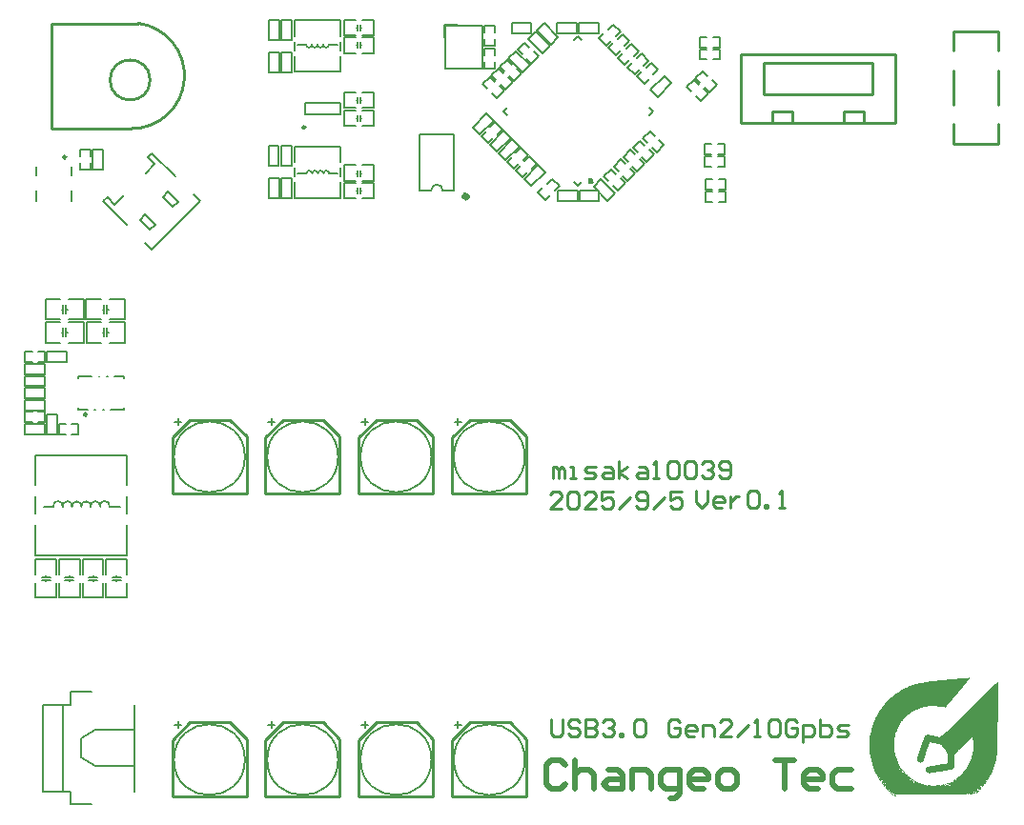
<source format=gto>
G04*
G04 #@! TF.GenerationSoftware,Altium Limited,Altium Designer,24.0.1 (36)*
G04*
G04 Layer_Color=65535*
%FSLAX44Y44*%
%MOMM*%
G71*
G04*
G04 #@! TF.SameCoordinates,83E8BF3D-B213-456F-A94E-7FD5B374DFB2*
G04*
G04*
G04 #@! TF.FilePolarity,Positive*
G04*
G01*
G75*
%ADD10C,0.2500*%
%ADD11C,0.2032*%
%ADD12C,0.5000*%
%ADD13C,0.3000*%
%ADD14C,0.2000*%
%ADD15C,0.2540*%
%ADD16C,0.2489*%
%ADD17C,0.1524*%
%ADD18C,0.1520*%
%ADD19C,0.1500*%
%ADD20C,0.5080*%
G36*
X854865Y168174D02*
X850959D01*
Y167873D01*
X847653D01*
Y167572D01*
X844347D01*
Y167272D01*
X841342D01*
Y166971D01*
X838336D01*
Y166671D01*
X835331D01*
Y166370D01*
X832326D01*
Y166070D01*
X829621D01*
Y165769D01*
X826916D01*
Y165469D01*
X824211D01*
Y165168D01*
X821507D01*
Y164868D01*
X819102D01*
Y164567D01*
X816698D01*
Y164267D01*
X814895D01*
Y163966D01*
X812791D01*
Y163666D01*
X810988D01*
Y163365D01*
X809485D01*
Y163064D01*
X808283D01*
Y162764D01*
X807081D01*
Y162463D01*
X806180D01*
Y162163D01*
X805278D01*
Y161862D01*
X804376D01*
Y161562D01*
X803775D01*
Y161261D01*
X802874D01*
Y160961D01*
X801972D01*
Y160660D01*
X801371D01*
Y160360D01*
X800470D01*
Y160059D01*
X799868D01*
Y159759D01*
X799267D01*
Y159458D01*
X798666D01*
Y159157D01*
X798065D01*
Y158857D01*
X797464D01*
Y158556D01*
X796863D01*
Y158256D01*
X796262D01*
Y157955D01*
X795661D01*
Y157655D01*
X795060D01*
Y157354D01*
X794759D01*
Y157054D01*
X794158D01*
Y156753D01*
X793858D01*
Y156453D01*
X793257D01*
Y156152D01*
X792656D01*
Y155852D01*
X792355D01*
Y155551D01*
X791754D01*
Y155251D01*
X791454D01*
Y154950D01*
X790853D01*
Y154650D01*
X790552D01*
Y154349D01*
X789951D01*
Y154049D01*
X789650D01*
Y153748D01*
X789350D01*
Y153448D01*
X788749D01*
Y153147D01*
X788448D01*
Y152846D01*
X788148D01*
Y152546D01*
X787847D01*
Y152245D01*
X787246D01*
Y151945D01*
X786946D01*
Y151644D01*
X786645D01*
Y151344D01*
X786345D01*
Y151043D01*
X786044D01*
Y150743D01*
X785443D01*
Y150442D01*
X785142D01*
Y150142D01*
X784842D01*
Y149841D01*
X784541D01*
Y149541D01*
X784241D01*
Y149240D01*
X783940D01*
Y148940D01*
X783640D01*
Y148639D01*
X783339D01*
Y148338D01*
X783039D01*
Y148038D01*
X782738D01*
Y147737D01*
X782438D01*
Y147437D01*
X782137D01*
Y147136D01*
X781837D01*
Y146836D01*
X781536D01*
Y146535D01*
X781236D01*
Y146235D01*
X780935D01*
Y145934D01*
X780635D01*
Y145634D01*
X780334D01*
Y145333D01*
X780033D01*
Y145033D01*
Y144732D01*
X779733D01*
Y144432D01*
X779432D01*
Y144131D01*
X779132D01*
Y143830D01*
X778831D01*
Y143530D01*
X778531D01*
Y143230D01*
Y142929D01*
X778230D01*
Y142628D01*
X777930D01*
Y142328D01*
X777629D01*
Y142027D01*
Y141727D01*
X777329D01*
Y141426D01*
X777028D01*
Y141126D01*
X776728D01*
Y140825D01*
Y140525D01*
X776427D01*
Y140224D01*
X776126D01*
Y139924D01*
Y139623D01*
X775826D01*
Y139323D01*
Y139022D01*
X775526D01*
Y138722D01*
X775225D01*
Y138421D01*
Y138120D01*
X774924D01*
Y137820D01*
X774624D01*
Y137519D01*
Y137219D01*
X774323D01*
Y136918D01*
X774023D01*
Y136618D01*
Y136317D01*
X773722D01*
Y136017D01*
Y135716D01*
X773422D01*
Y135416D01*
Y135115D01*
X773121D01*
Y134815D01*
X772821D01*
Y134514D01*
Y134213D01*
X772520D01*
Y133913D01*
Y133612D01*
X772220D01*
Y133312D01*
Y133011D01*
X771919D01*
Y132711D01*
Y132410D01*
X771619D01*
Y132110D01*
Y131809D01*
X771318D01*
Y131509D01*
Y131208D01*
Y130908D01*
X771018D01*
Y130607D01*
Y130307D01*
X770717D01*
Y130006D01*
Y129706D01*
Y129405D01*
X770416D01*
Y129104D01*
Y128804D01*
X770116D01*
Y128504D01*
Y128203D01*
Y127902D01*
X769815D01*
Y127602D01*
Y127301D01*
X769515D01*
Y127001D01*
Y126700D01*
Y126400D01*
X769214D01*
Y126099D01*
Y125799D01*
Y125498D01*
X768914D01*
Y125198D01*
Y124897D01*
Y124597D01*
X768613D01*
Y124296D01*
Y123996D01*
Y123695D01*
X768313D01*
Y123394D01*
Y123094D01*
Y122793D01*
Y122493D01*
X768012D01*
Y122192D01*
Y121892D01*
Y121591D01*
Y121291D01*
X767712D01*
Y120990D01*
Y120690D01*
Y120389D01*
Y120089D01*
Y119788D01*
X767411D01*
Y119487D01*
Y119187D01*
Y118886D01*
Y118586D01*
X767111D01*
Y118285D01*
Y117985D01*
Y117684D01*
Y117384D01*
Y117083D01*
Y116783D01*
X766810D01*
Y116482D01*
Y116182D01*
Y115881D01*
Y115581D01*
Y115280D01*
Y114980D01*
Y114679D01*
Y114378D01*
X766510D01*
Y114078D01*
Y113778D01*
Y113477D01*
Y113176D01*
Y112876D01*
Y112575D01*
Y112275D01*
Y111974D01*
Y111674D01*
Y111373D01*
Y111073D01*
Y110772D01*
Y110472D01*
Y110171D01*
Y109871D01*
X766209D01*
Y109570D01*
Y109270D01*
Y108969D01*
Y108668D01*
Y108368D01*
Y108067D01*
Y107767D01*
Y107466D01*
Y107166D01*
Y106865D01*
Y106565D01*
X766510D01*
Y106264D01*
Y105964D01*
Y105663D01*
Y105363D01*
Y105062D01*
Y104762D01*
Y104461D01*
Y104160D01*
Y103860D01*
Y103560D01*
Y103259D01*
Y102958D01*
Y102658D01*
Y102357D01*
Y102057D01*
X766810D01*
Y101756D01*
Y101456D01*
Y101155D01*
Y100855D01*
Y100554D01*
Y100254D01*
Y99953D01*
X767111D01*
Y99653D01*
Y99352D01*
Y99052D01*
Y98751D01*
Y98450D01*
Y98150D01*
X767411D01*
Y97849D01*
Y97549D01*
Y97248D01*
Y96948D01*
Y96647D01*
Y96347D01*
X767712D01*
Y96046D01*
Y95746D01*
Y95445D01*
Y95145D01*
X768012D01*
Y94844D01*
Y94544D01*
Y94243D01*
Y93942D01*
X768313D01*
Y93642D01*
Y93341D01*
Y93041D01*
X768613D01*
Y92740D01*
Y92440D01*
Y92139D01*
Y91839D01*
X768914D01*
Y91538D01*
Y91238D01*
Y90937D01*
X769214D01*
Y90637D01*
Y90336D01*
Y90036D01*
X769515D01*
Y89735D01*
Y89434D01*
Y89134D01*
X769815D01*
Y88834D01*
Y88533D01*
Y88232D01*
X770116D01*
Y87932D01*
Y87631D01*
X770416D01*
Y87331D01*
Y87030D01*
Y86730D01*
X770717D01*
Y86429D01*
Y86129D01*
X771018D01*
Y85828D01*
Y85528D01*
Y85227D01*
X771318D01*
Y84927D01*
X771619D01*
Y84626D01*
Y84326D01*
Y84025D01*
X771919D01*
Y83724D01*
Y83424D01*
X772220D01*
Y83123D01*
Y82823D01*
X772520D01*
Y82522D01*
Y82222D01*
Y81921D01*
X772821D01*
Y82222D01*
X773121D01*
Y81921D01*
X772821D01*
Y81621D01*
X773121D01*
Y81320D01*
X773422D01*
Y81020D01*
Y80719D01*
Y80419D01*
X773722D01*
Y80118D01*
X774023D01*
Y79818D01*
Y79517D01*
Y79216D01*
X774323D01*
Y78916D01*
X774624D01*
Y78615D01*
Y78315D01*
X774924D01*
Y78014D01*
X775225D01*
Y78315D01*
X775526D01*
Y78014D01*
X775225D01*
Y77714D01*
Y77413D01*
X775526D01*
Y77113D01*
X775826D01*
Y76812D01*
Y76512D01*
X776126D01*
Y76211D01*
X776427D01*
Y75911D01*
Y75610D01*
X776728D01*
Y75310D01*
X777028D01*
Y75610D01*
X777329D01*
Y75310D01*
X777028D01*
Y75009D01*
Y74708D01*
X777329D01*
Y74408D01*
X777629D01*
Y74107D01*
Y73807D01*
X777930D01*
Y73506D01*
X778230D01*
Y73206D01*
X778531D01*
Y72905D01*
X778831D01*
Y72605D01*
Y72304D01*
X779132D01*
Y72004D01*
X779432D01*
Y71703D01*
Y71403D01*
X779733D01*
Y71102D01*
X780033D01*
Y70802D01*
X780334D01*
Y71102D01*
X780635D01*
Y71403D01*
Y71703D01*
X780334D01*
Y71403D01*
X780033D01*
Y71703D01*
X780334D01*
Y72004D01*
Y72304D01*
X780935D01*
Y72004D01*
Y71703D01*
Y71403D01*
Y71102D01*
X780635D01*
Y70802D01*
X780334D01*
Y70501D01*
X780635D01*
Y70201D01*
X781236D01*
Y69900D01*
Y69599D01*
Y69299D01*
X781536D01*
Y69599D01*
X781837D01*
Y69299D01*
X781536D01*
Y68998D01*
X781837D01*
Y68698D01*
X782137D01*
Y68397D01*
X782738D01*
Y68097D01*
X783039D01*
Y67796D01*
Y67496D01*
X783640D01*
Y67195D01*
Y66895D01*
X783940D01*
Y66594D01*
X784241D01*
Y66895D01*
X784842D01*
Y67195D01*
Y67496D01*
X785142D01*
Y67195D01*
Y66895D01*
X784842D01*
Y66594D01*
X784241D01*
Y66294D01*
X784842D01*
Y66594D01*
X785142D01*
Y66895D01*
X785443D01*
Y66594D01*
X785142D01*
Y66294D01*
X784842D01*
Y65993D01*
Y65693D01*
X785443D01*
Y65392D01*
Y65092D01*
X786044D01*
Y64791D01*
X786345D01*
Y64490D01*
X786645D01*
Y64190D01*
X786946D01*
Y63889D01*
X787246D01*
Y63589D01*
X787847D01*
Y63288D01*
X788448D01*
Y62988D01*
X788749D01*
Y62687D01*
X789049D01*
Y62988D01*
Y63288D01*
X788749D01*
Y63589D01*
X789049D01*
Y63889D01*
X789350D01*
Y64190D01*
X789951D01*
Y64490D01*
X790251D01*
Y64190D01*
X789951D01*
Y63889D01*
X789650D01*
Y63589D01*
X789350D01*
Y63288D01*
Y62988D01*
X789650D01*
Y62687D01*
X789049D01*
Y62387D01*
X789350D01*
Y62086D01*
X789650D01*
Y61786D01*
X789951D01*
Y62086D01*
Y62387D01*
X789650D01*
Y62687D01*
X790251D01*
Y62988D01*
X789951D01*
Y63288D01*
X790251D01*
Y63589D01*
Y63889D01*
Y64190D01*
X795060D01*
Y64490D01*
X850358D01*
Y64190D01*
X852762D01*
Y64490D01*
Y64791D01*
Y65092D01*
X853363D01*
Y64791D01*
Y64490D01*
X853663D01*
Y64190D01*
X854264D01*
Y64490D01*
X854565D01*
Y64791D01*
Y65092D01*
X855166D01*
Y64791D01*
Y64490D01*
X857871D01*
Y64791D01*
X858171D01*
Y65092D01*
X858772D01*
Y64791D01*
X858171D01*
Y64490D01*
X857871D01*
Y64190D01*
X857570D01*
Y63889D01*
X857871D01*
Y64190D01*
X858171D01*
Y64490D01*
X858772D01*
Y64791D01*
X859073D01*
Y65092D01*
X859674D01*
Y64791D01*
X859073D01*
Y64490D01*
X858772D01*
Y64190D01*
X859073D01*
Y64490D01*
X859674D01*
Y64791D01*
X859975D01*
Y65092D01*
Y65392D01*
Y65693D01*
X860275D01*
Y65993D01*
X860876D01*
Y66294D01*
X861177D01*
Y66594D01*
X861477D01*
Y66294D01*
X861177D01*
Y65993D01*
X860876D01*
Y65693D01*
Y65392D01*
X860575D01*
Y65092D01*
X860275D01*
Y64791D01*
X859975D01*
Y64490D01*
X859674D01*
Y64190D01*
X859975D01*
Y64490D01*
X860275D01*
Y64791D01*
X860575D01*
Y65092D01*
X861177D01*
Y65392D01*
Y65693D01*
X861778D01*
Y65993D01*
Y66294D01*
X862379D01*
Y66594D01*
X862679D01*
Y66895D01*
X862980D01*
Y67195D01*
X863280D01*
Y67496D01*
X863581D01*
Y67796D01*
Y68097D01*
X864182D01*
Y68397D01*
X864482D01*
Y68698D01*
X864783D01*
Y68998D01*
X865083D01*
Y69299D01*
X865384D01*
Y69599D01*
X865685D01*
Y69900D01*
Y70201D01*
X865985D01*
Y70501D01*
X866286D01*
Y70802D01*
X866586D01*
Y71102D01*
X866887D01*
Y71403D01*
X867187D01*
Y71703D01*
Y72004D01*
X867488D01*
Y72304D01*
X867788D01*
Y72605D01*
X868089D01*
Y72905D01*
X868389D01*
Y73206D01*
Y73506D01*
X868690D01*
Y73807D01*
X868990D01*
Y74107D01*
X869291D01*
Y74408D01*
Y74708D01*
X869592D01*
Y75009D01*
X869892D01*
Y75310D01*
Y75610D01*
X870192D01*
Y75911D01*
X870493D01*
Y76211D01*
Y76512D01*
X870794D01*
Y76812D01*
Y77113D01*
X871094D01*
Y77413D01*
X871395D01*
Y77714D01*
X871695D01*
Y78014D01*
Y78315D01*
X871996D01*
Y78615D01*
Y78916D01*
X872296D01*
Y79216D01*
X872597D01*
Y79517D01*
Y79818D01*
X872897D01*
Y80118D01*
Y80419D01*
X873198D01*
Y80719D01*
X873498D01*
Y81020D01*
Y81320D01*
X873799D01*
Y81621D01*
Y81921D01*
X874099D01*
Y82222D01*
Y82522D01*
X874400D01*
Y82823D01*
Y83123D01*
X874700D01*
Y83424D01*
Y83724D01*
X875001D01*
Y84025D01*
Y84326D01*
X875302D01*
Y84626D01*
Y84927D01*
X875602D01*
Y85227D01*
Y85528D01*
X875903D01*
Y85828D01*
Y86129D01*
Y86429D01*
X876203D01*
Y86730D01*
Y87030D01*
Y87331D01*
X876504D01*
Y87631D01*
Y87932D01*
X876804D01*
Y88232D01*
Y88533D01*
Y88834D01*
X877105D01*
Y89134D01*
Y89434D01*
Y89735D01*
X877405D01*
Y90036D01*
Y90336D01*
X877706D01*
Y90637D01*
Y90937D01*
Y91238D01*
Y91538D01*
X878006D01*
Y91839D01*
Y92139D01*
Y92440D01*
Y92740D01*
X878307D01*
Y93041D01*
Y93341D01*
Y93642D01*
Y93942D01*
X878607D01*
Y94243D01*
Y94544D01*
Y94844D01*
Y95145D01*
Y95445D01*
X878908D01*
Y95746D01*
Y96046D01*
Y96347D01*
Y96647D01*
Y96948D01*
Y97248D01*
X879208D01*
Y97549D01*
Y97849D01*
Y98150D01*
Y98450D01*
Y98751D01*
Y99052D01*
Y99352D01*
X879509D01*
Y99653D01*
Y99953D01*
Y100254D01*
Y100554D01*
Y100855D01*
Y101155D01*
Y101456D01*
Y101756D01*
Y102057D01*
Y102357D01*
X879809D01*
Y102658D01*
Y102958D01*
Y103259D01*
Y103560D01*
Y103860D01*
Y104160D01*
Y104461D01*
Y104762D01*
Y105062D01*
Y105363D01*
Y105663D01*
Y105964D01*
Y106264D01*
Y106565D01*
Y106865D01*
Y107166D01*
Y107466D01*
X880110D01*
Y107767D01*
Y108067D01*
Y108368D01*
Y108668D01*
Y108969D01*
Y109270D01*
Y109570D01*
Y109871D01*
Y110171D01*
Y110472D01*
Y110772D01*
Y111073D01*
Y111373D01*
Y111674D01*
Y111974D01*
Y112275D01*
Y112575D01*
Y112876D01*
Y113176D01*
Y113477D01*
Y113778D01*
Y114078D01*
Y114378D01*
Y114679D01*
Y114980D01*
Y115280D01*
Y115581D01*
Y115881D01*
Y116182D01*
Y116482D01*
Y116783D01*
Y117083D01*
Y117384D01*
Y117684D01*
Y117985D01*
Y118285D01*
Y118586D01*
Y118886D01*
Y119187D01*
Y119487D01*
Y119788D01*
Y120089D01*
Y120389D01*
Y120690D01*
Y120990D01*
Y121291D01*
Y121591D01*
Y121892D01*
Y122192D01*
Y122493D01*
Y122793D01*
Y123094D01*
Y123394D01*
Y123695D01*
Y123996D01*
Y124296D01*
Y124597D01*
Y124897D01*
Y125198D01*
Y125498D01*
Y125799D01*
Y126099D01*
Y126400D01*
Y126700D01*
Y127001D01*
Y127301D01*
Y127602D01*
Y127902D01*
Y128203D01*
Y128504D01*
Y128804D01*
X880411D01*
Y129104D01*
Y129405D01*
Y129706D01*
Y130006D01*
Y130307D01*
Y130607D01*
Y130908D01*
Y131208D01*
Y131509D01*
Y131809D01*
Y132110D01*
Y132410D01*
Y132711D01*
Y133011D01*
Y133312D01*
Y133612D01*
Y133913D01*
Y134213D01*
Y134514D01*
Y134815D01*
Y135115D01*
Y135416D01*
Y135716D01*
Y136017D01*
Y136317D01*
Y136618D01*
Y136918D01*
Y137219D01*
Y137519D01*
Y137820D01*
Y138120D01*
Y138421D01*
Y138722D01*
Y139022D01*
Y139323D01*
Y139623D01*
Y139924D01*
Y140224D01*
Y140525D01*
Y140825D01*
Y141126D01*
Y141426D01*
Y141727D01*
Y142027D01*
Y142328D01*
Y142628D01*
Y142929D01*
Y143230D01*
Y143530D01*
Y143830D01*
Y144131D01*
Y144432D01*
Y144732D01*
X880711D01*
Y145033D01*
Y145333D01*
Y145634D01*
Y145934D01*
Y146235D01*
Y146535D01*
Y146836D01*
Y147136D01*
Y147437D01*
Y147737D01*
Y148038D01*
Y148338D01*
Y148639D01*
Y148940D01*
Y149240D01*
Y149541D01*
Y149841D01*
Y150142D01*
Y150442D01*
Y150743D01*
Y151043D01*
Y151344D01*
Y151644D01*
Y151945D01*
Y152245D01*
Y152546D01*
Y152846D01*
Y153147D01*
Y153448D01*
Y153748D01*
Y154049D01*
Y154349D01*
Y154650D01*
Y154950D01*
Y155251D01*
Y155551D01*
Y155852D01*
Y156152D01*
Y156453D01*
Y156753D01*
Y157054D01*
X880411D01*
Y157354D01*
Y157655D01*
Y157955D01*
Y158256D01*
Y158556D01*
Y158857D01*
Y159157D01*
Y159458D01*
Y159759D01*
Y160059D01*
Y160360D01*
Y160660D01*
Y160961D01*
Y161261D01*
Y161562D01*
Y161862D01*
Y162163D01*
Y162463D01*
Y162764D01*
Y163064D01*
Y163365D01*
Y163666D01*
Y163966D01*
Y164267D01*
Y164567D01*
X880110D01*
Y164267D01*
X879509D01*
Y163966D01*
X879208D01*
Y163666D01*
X878908D01*
Y163365D01*
X878607D01*
Y163064D01*
X878307D01*
Y162764D01*
X878006D01*
Y162463D01*
X877706D01*
Y162163D01*
X877405D01*
Y161862D01*
X877105D01*
Y161562D01*
X876804D01*
Y161261D01*
X876203D01*
Y160961D01*
X875903D01*
Y160660D01*
X875602D01*
Y160360D01*
X875302D01*
Y160059D01*
X875001D01*
Y159759D01*
X874700D01*
Y159458D01*
X874400D01*
Y159157D01*
X874099D01*
Y158857D01*
X873799D01*
Y158556D01*
X873498D01*
Y158256D01*
X873198D01*
Y157955D01*
X872897D01*
Y157655D01*
X872597D01*
Y157354D01*
X872296D01*
Y157054D01*
X871996D01*
Y156753D01*
X871695D01*
Y156453D01*
X871395D01*
Y156152D01*
X871094D01*
Y155852D01*
X870794D01*
Y155551D01*
X870493D01*
Y155251D01*
X870192D01*
Y154950D01*
X869892D01*
Y154650D01*
X869592D01*
Y154349D01*
X869291D01*
Y154049D01*
X868990D01*
Y153748D01*
X868389D01*
Y153448D01*
X868089D01*
Y153147D01*
X867788D01*
Y152846D01*
X867488D01*
Y152546D01*
X867187D01*
Y152245D01*
Y151945D01*
X866887D01*
Y151644D01*
X866586D01*
Y151344D01*
X865985D01*
Y151043D01*
X865685D01*
Y150743D01*
X865384D01*
Y150442D01*
X865083D01*
Y150142D01*
X864783D01*
Y149841D01*
X864482D01*
Y149541D01*
X864182D01*
Y149240D01*
X863881D01*
Y148940D01*
X863581D01*
Y148639D01*
X863280D01*
Y148338D01*
X862980D01*
Y148038D01*
X862679D01*
Y147737D01*
X862379D01*
Y147437D01*
X862078D01*
Y147136D01*
X861778D01*
Y146836D01*
X861477D01*
Y146535D01*
X861177D01*
Y146235D01*
X860876D01*
Y145934D01*
X860575D01*
Y145634D01*
X860275D01*
Y145333D01*
X859975D01*
Y145033D01*
X859674D01*
Y144732D01*
X859373D01*
Y144432D01*
X859073D01*
Y144131D01*
X858772D01*
Y143830D01*
X858472D01*
Y143530D01*
X858171D01*
Y143230D01*
X857871D01*
Y142929D01*
X857570D01*
Y142628D01*
X857270D01*
Y142328D01*
X856969D01*
Y142027D01*
X856669D01*
Y141727D01*
X856368D01*
Y141426D01*
X856068D01*
Y141126D01*
X855767D01*
Y140825D01*
X855467D01*
Y140525D01*
X855166D01*
Y140224D01*
X854865D01*
Y139924D01*
X854565D01*
Y139623D01*
X854264D01*
Y139323D01*
X853964D01*
Y139022D01*
X853663D01*
Y138722D01*
X853363D01*
Y138421D01*
X853062D01*
Y138120D01*
X852762D01*
Y137820D01*
X852461D01*
Y137519D01*
X852161D01*
Y137219D01*
X851860D01*
Y136918D01*
X851560D01*
Y136618D01*
X851259D01*
Y136317D01*
X850959D01*
Y136017D01*
X850658D01*
Y135716D01*
X850358D01*
Y135416D01*
X850057D01*
Y135115D01*
X849756D01*
Y134815D01*
X849456D01*
Y134514D01*
X849155D01*
Y134213D01*
X848855D01*
Y133913D01*
X848554D01*
Y133612D01*
X848254D01*
Y133312D01*
X847953D01*
Y133011D01*
X847653D01*
Y132711D01*
X847352D01*
Y132410D01*
X847052D01*
Y132110D01*
X846751D01*
Y131809D01*
X846451D01*
Y131509D01*
X846150D01*
Y131208D01*
X845850D01*
Y130908D01*
X845549D01*
Y130607D01*
X845248D01*
Y130307D01*
X844948D01*
Y130006D01*
X844647D01*
Y129706D01*
X844347D01*
Y129405D01*
X844046D01*
Y129104D01*
X843746D01*
Y128804D01*
X843445D01*
Y128504D01*
X843145D01*
Y128203D01*
X842844D01*
Y127902D01*
X842544D01*
Y127602D01*
X842243D01*
Y127301D01*
X841943D01*
Y127001D01*
X841642D01*
Y126700D01*
X841342D01*
Y126400D01*
X841041D01*
Y126099D01*
X840741D01*
Y125799D01*
X840440D01*
Y125498D01*
X840139D01*
Y125198D01*
X839839D01*
Y124897D01*
X839538D01*
Y124597D01*
X839238D01*
Y124296D01*
X838937D01*
Y123996D01*
X838637D01*
Y123695D01*
X838336D01*
Y123394D01*
X838036D01*
Y123094D01*
X837735D01*
Y122793D01*
X837435D01*
Y122493D01*
X837134D01*
Y122192D01*
X836834D01*
Y121892D01*
X836533D01*
Y121591D01*
X836233D01*
Y121291D01*
X835932D01*
Y120990D01*
X835631D01*
Y120690D01*
X835331D01*
Y120389D01*
X834730D01*
Y120089D01*
X834429D01*
Y119788D01*
X834129D01*
Y119487D01*
X833528D01*
Y119187D01*
Y118886D01*
X832927D01*
Y118586D01*
X832326D01*
Y118285D01*
X832025D01*
Y117985D01*
X831725D01*
Y117684D01*
X831424D01*
Y117384D01*
X831124D01*
Y117083D01*
X830523D01*
Y116783D01*
X830222D01*
Y116482D01*
X829621D01*
Y116182D01*
X829320D01*
Y115881D01*
X829020D01*
Y115581D01*
X827517D01*
Y115881D01*
X826315D01*
Y116182D01*
X824812D01*
Y116482D01*
X823610D01*
Y116783D01*
X822408D01*
Y117083D01*
X820906D01*
Y117384D01*
X819403D01*
Y117684D01*
X817600D01*
Y117384D01*
X816698D01*
Y117083D01*
X816097D01*
Y116783D01*
X815797D01*
Y116482D01*
X815496D01*
Y116182D01*
Y115881D01*
X815195D01*
Y115581D01*
X814895D01*
Y115280D01*
Y114980D01*
X814594D01*
Y114679D01*
Y114378D01*
Y114078D01*
X814294D01*
Y113778D01*
Y113477D01*
Y113176D01*
X813993D01*
Y112876D01*
Y112575D01*
Y112275D01*
X813693D01*
Y111974D01*
Y111674D01*
Y111373D01*
X813392D01*
Y111073D01*
Y110772D01*
Y110472D01*
X813092D01*
Y110171D01*
Y109871D01*
X812791D01*
Y109570D01*
Y109270D01*
Y108969D01*
X812491D01*
Y108668D01*
Y108368D01*
Y108067D01*
Y107767D01*
X812190D01*
Y107466D01*
Y107166D01*
X811890D01*
Y106865D01*
Y106565D01*
Y106264D01*
X811589D01*
Y105964D01*
Y105663D01*
Y105363D01*
X811289D01*
Y105062D01*
Y104762D01*
Y104461D01*
X810988D01*
Y104160D01*
Y103860D01*
Y103560D01*
X810687D01*
Y103259D01*
Y102958D01*
Y102658D01*
X810387D01*
Y102357D01*
Y102057D01*
Y101756D01*
X810086D01*
Y101456D01*
Y101155D01*
X809786D01*
Y100855D01*
Y100554D01*
Y100254D01*
Y99953D01*
X809485D01*
Y99653D01*
Y99352D01*
X809185D01*
Y99052D01*
Y98751D01*
Y98450D01*
Y98150D01*
X808884D01*
Y97849D01*
Y97549D01*
X808584D01*
Y97248D01*
Y96948D01*
Y96647D01*
Y96347D01*
Y96046D01*
Y95746D01*
X808283D01*
Y95445D01*
X808584D01*
Y95145D01*
Y94844D01*
Y94544D01*
X808884D01*
Y94243D01*
Y93942D01*
X809185D01*
Y93642D01*
X809485D01*
Y93341D01*
X810086D01*
Y93041D01*
X810988D01*
Y92740D01*
X811890D01*
Y93041D01*
X812791D01*
Y93341D01*
X813392D01*
Y93642D01*
X813693D01*
Y93942D01*
X813993D01*
Y94243D01*
Y94544D01*
X814294D01*
Y94844D01*
Y95145D01*
X814594D01*
Y95445D01*
Y95746D01*
Y96046D01*
X814895D01*
Y96347D01*
Y96647D01*
Y96948D01*
X815195D01*
Y97248D01*
Y97549D01*
Y97849D01*
X815496D01*
Y98150D01*
Y98450D01*
Y98751D01*
X815797D01*
Y99052D01*
Y99352D01*
Y99653D01*
X816097D01*
Y99953D01*
Y100254D01*
Y100554D01*
X816398D01*
Y100855D01*
Y101155D01*
X816698D01*
Y101456D01*
Y101756D01*
Y102057D01*
Y102357D01*
X816999D01*
Y102658D01*
Y102958D01*
Y103259D01*
X817299D01*
Y103560D01*
Y103860D01*
Y104160D01*
X817600D01*
Y104461D01*
Y104762D01*
Y105062D01*
X817900D01*
Y105363D01*
Y105663D01*
Y105964D01*
X818201D01*
Y106264D01*
Y106565D01*
Y106865D01*
X818501D01*
Y107166D01*
Y107466D01*
Y107767D01*
X818802D01*
Y108067D01*
Y108368D01*
X819102D01*
Y108668D01*
Y108969D01*
Y109270D01*
Y109570D01*
X819403D01*
Y109871D01*
Y110171D01*
X819703D01*
Y110472D01*
Y110772D01*
X821206D01*
Y110472D01*
X822709D01*
Y110171D01*
X824211D01*
Y109871D01*
X826015D01*
Y109570D01*
X827517D01*
Y109270D01*
X829020D01*
Y108969D01*
X829921D01*
Y108668D01*
X830222D01*
Y108368D01*
X830523D01*
Y108067D01*
X830823D01*
Y107767D01*
X831124D01*
Y107466D01*
Y107166D01*
X831424D01*
Y106865D01*
X831725D01*
Y106565D01*
X832025D01*
Y106264D01*
Y105964D01*
X832326D01*
Y105663D01*
X832626D01*
Y105363D01*
X832927D01*
Y105062D01*
Y104762D01*
X833227D01*
Y104461D01*
X833528D01*
Y104160D01*
X833828D01*
Y103860D01*
X834129D01*
Y103560D01*
Y103259D01*
X834429D01*
Y102958D01*
X834730D01*
Y102658D01*
X835031D01*
Y102357D01*
Y102057D01*
X835331D01*
Y101756D01*
Y101456D01*
Y101155D01*
Y100855D01*
Y100554D01*
X835631D01*
Y100254D01*
Y99953D01*
Y99653D01*
Y99352D01*
Y99052D01*
Y98751D01*
Y98450D01*
Y98150D01*
Y97849D01*
Y97549D01*
Y97248D01*
Y96948D01*
Y96647D01*
Y96347D01*
Y96046D01*
Y95746D01*
Y95445D01*
Y95145D01*
Y94844D01*
Y94544D01*
Y94243D01*
Y93942D01*
Y93642D01*
Y93341D01*
Y93041D01*
Y92740D01*
Y92440D01*
Y92139D01*
X834730D01*
Y91839D01*
X832927D01*
Y91538D01*
X831124D01*
Y91238D01*
X829320D01*
Y90937D01*
X827217D01*
Y90637D01*
X825113D01*
Y90336D01*
X823610D01*
Y90036D01*
X821507D01*
Y89735D01*
X820004D01*
Y89434D01*
X818501D01*
Y89134D01*
X817600D01*
Y88834D01*
X817299D01*
Y88533D01*
Y88232D01*
X816698D01*
Y87932D01*
Y87631D01*
X816398D01*
Y87331D01*
Y87030D01*
Y86730D01*
Y86429D01*
Y86129D01*
Y85828D01*
Y85528D01*
X816698D01*
Y85227D01*
Y84927D01*
X816999D01*
Y84626D01*
X817299D01*
Y84326D01*
Y84025D01*
X817900D01*
Y83724D01*
X818501D01*
Y84025D01*
X818802D01*
Y83724D01*
X818501D01*
Y83424D01*
X820906D01*
Y83724D01*
X822709D01*
Y84025D01*
X824211D01*
Y84326D01*
X825714D01*
Y84626D01*
X827818D01*
Y84927D01*
X829921D01*
Y85227D01*
X831725D01*
Y85528D01*
X833528D01*
Y85828D01*
X835631D01*
Y86129D01*
Y86429D01*
X835932D01*
Y86129D01*
X837435D01*
Y86429D01*
X839238D01*
Y86730D01*
X840139D01*
Y87030D01*
X840741D01*
Y87331D01*
X841041D01*
Y87631D01*
X841342D01*
Y87932D01*
Y88232D01*
X841642D01*
Y88533D01*
Y88834D01*
X841943D01*
Y89134D01*
Y89434D01*
Y89735D01*
Y90036D01*
Y90336D01*
Y90637D01*
Y90937D01*
Y91238D01*
Y91538D01*
Y91839D01*
Y92139D01*
Y92440D01*
Y92740D01*
Y93041D01*
Y93341D01*
Y93642D01*
Y93942D01*
Y94243D01*
Y94544D01*
Y94844D01*
Y95145D01*
Y95445D01*
Y95746D01*
Y96046D01*
Y96347D01*
Y96647D01*
Y96948D01*
Y97248D01*
Y97549D01*
Y97849D01*
X841642D01*
Y98150D01*
Y98450D01*
Y98751D01*
Y99052D01*
Y99352D01*
Y99653D01*
X841943D01*
Y99953D01*
X842243D01*
Y100254D01*
X842544D01*
Y100554D01*
Y100855D01*
X842844D01*
Y101155D01*
X843145D01*
Y101456D01*
X843445D01*
Y101756D01*
X843746D01*
Y102057D01*
X844046D01*
Y102357D01*
X844347D01*
Y102658D01*
Y102958D01*
X844948D01*
Y103259D01*
X845248D01*
Y103560D01*
X845549D01*
Y103860D01*
Y104160D01*
X846150D01*
Y104461D01*
X846451D01*
Y104762D01*
X846751D01*
Y105062D01*
X847052D01*
Y105363D01*
X847352D01*
Y105663D01*
X847653D01*
Y105964D01*
X847953D01*
Y106264D01*
X848254D01*
Y106565D01*
X848554D01*
Y106865D01*
X848855D01*
Y107166D01*
X849155D01*
Y107466D01*
X849456D01*
Y107767D01*
X849756D01*
Y108067D01*
X850057D01*
Y108368D01*
X850358D01*
Y108668D01*
X850658D01*
Y108969D01*
X850959D01*
Y109270D01*
X851259D01*
Y109570D01*
X851560D01*
Y109871D01*
X851860D01*
Y110171D01*
X852161D01*
Y110472D01*
X852461D01*
Y110772D01*
X852762D01*
Y111073D01*
X853062D01*
Y111373D01*
X853363D01*
Y111674D01*
X853663D01*
Y111974D01*
X853964D01*
Y112275D01*
X854264D01*
Y112575D01*
X854565D01*
Y112876D01*
X854865D01*
Y113176D01*
X855166D01*
Y113477D01*
X855467D01*
Y113778D01*
X855767D01*
Y114078D01*
X856068D01*
Y114378D01*
X856368D01*
Y114679D01*
X856669D01*
Y114980D01*
X856969D01*
Y115280D01*
X857570D01*
Y114980D01*
X857871D01*
Y114679D01*
Y114378D01*
Y114078D01*
X858171D01*
Y113778D01*
Y113477D01*
Y113176D01*
X858472D01*
Y112876D01*
Y112575D01*
Y112275D01*
Y111974D01*
Y111674D01*
Y111373D01*
Y111073D01*
Y110772D01*
X858772D01*
Y110472D01*
Y110171D01*
Y109871D01*
Y109570D01*
Y109270D01*
Y108969D01*
Y108668D01*
Y108368D01*
Y108067D01*
Y107767D01*
Y107466D01*
Y107166D01*
Y106865D01*
Y106565D01*
Y106264D01*
Y105964D01*
Y105663D01*
X858472D01*
Y105363D01*
Y105062D01*
Y104762D01*
Y104461D01*
Y104160D01*
Y103860D01*
Y103560D01*
Y103259D01*
Y102958D01*
X858171D01*
Y102658D01*
Y102357D01*
Y102057D01*
Y101756D01*
Y101456D01*
X857871D01*
Y101155D01*
Y100855D01*
Y100554D01*
Y100254D01*
X857570D01*
Y99953D01*
Y99653D01*
Y99352D01*
Y99052D01*
X857270D01*
Y98751D01*
Y98450D01*
Y98150D01*
Y97849D01*
X856969D01*
Y97549D01*
Y97248D01*
Y96948D01*
X856669D01*
Y96647D01*
Y96347D01*
Y96046D01*
X856368D01*
Y95746D01*
Y95445D01*
Y95145D01*
X856068D01*
Y94844D01*
Y94544D01*
X855767D01*
Y94243D01*
Y93942D01*
X855467D01*
Y93642D01*
Y93341D01*
Y93041D01*
X855166D01*
Y92740D01*
Y92440D01*
X854865D01*
Y92139D01*
Y91839D01*
X854565D01*
Y91538D01*
Y91238D01*
X854264D01*
Y90937D01*
Y90637D01*
X853964D01*
Y90336D01*
Y90036D01*
X853663D01*
Y89735D01*
X853964D01*
Y89434D01*
X853363D01*
Y89134D01*
Y88834D01*
X853062D01*
Y88533D01*
X852762D01*
Y88232D01*
X852461D01*
Y87932D01*
Y87631D01*
X852161D01*
Y87331D01*
X851860D01*
Y87030D01*
Y86730D01*
X851560D01*
Y86429D01*
X851259D01*
Y86129D01*
X850959D01*
Y85828D01*
X850658D01*
Y85528D01*
Y85227D01*
X850358D01*
Y84927D01*
X850057D01*
Y84626D01*
X849756D01*
Y84326D01*
Y84025D01*
X849456D01*
Y83724D01*
X849155D01*
Y83424D01*
X848855D01*
Y83123D01*
X848554D01*
Y82823D01*
X848254D01*
Y82522D01*
X847953D01*
Y82222D01*
X847653D01*
Y81921D01*
X847352D01*
Y81621D01*
X846751D01*
Y81320D01*
Y81020D01*
X846150D01*
Y80719D01*
X845850D01*
Y80419D01*
X845549D01*
Y80118D01*
X845248D01*
Y79818D01*
X844647D01*
Y79517D01*
X844347D01*
Y79216D01*
X844046D01*
Y78916D01*
X843746D01*
Y78615D01*
X843145D01*
Y78315D01*
X842544D01*
Y78014D01*
X841943D01*
Y77714D01*
X841642D01*
Y77413D01*
X841342D01*
Y77113D01*
X840741D01*
Y76812D01*
Y76512D01*
X840440D01*
Y76211D01*
X840139D01*
Y76512D01*
X840440D01*
Y76812D01*
X840139D01*
Y76512D01*
X839538D01*
Y76211D01*
X839839D01*
Y75911D01*
X840440D01*
Y76211D01*
X840741D01*
Y75911D01*
X840440D01*
Y75610D01*
X839538D01*
Y75911D01*
X839238D01*
Y76211D01*
X838937D01*
Y75911D01*
X838336D01*
Y75610D01*
X837735D01*
Y75310D01*
X837134D01*
Y75009D01*
X836533D01*
Y74708D01*
X835631D01*
Y74408D01*
X834730D01*
Y74107D01*
X833528D01*
Y73807D01*
X834129D01*
Y73506D01*
X833227D01*
Y73206D01*
X834129D01*
Y73506D01*
X835331D01*
Y73807D01*
X834730D01*
Y74107D01*
X835631D01*
Y73807D01*
Y73506D01*
X835932D01*
Y73807D01*
Y74107D01*
X836533D01*
Y73807D01*
Y73506D01*
X836834D01*
Y73206D01*
X836233D01*
Y72905D01*
X835932D01*
Y72605D01*
X834429D01*
Y72905D01*
X835932D01*
Y73206D01*
X834429D01*
Y72905D01*
X832927D01*
Y72605D01*
X832326D01*
Y72905D01*
X832927D01*
Y73206D01*
X832326D01*
Y73506D01*
X831725D01*
Y73206D01*
X830222D01*
Y72905D01*
X828419D01*
Y72605D01*
X825714D01*
Y72304D01*
X820605D01*
Y72605D01*
X817900D01*
Y72304D01*
X817299D01*
Y72605D01*
X817900D01*
Y72905D01*
X816097D01*
Y73206D01*
X814895D01*
Y73506D01*
X813993D01*
Y73206D01*
X813693D01*
Y73506D01*
Y73807D01*
X813092D01*
Y73506D01*
X812190D01*
Y73807D01*
X812791D01*
Y74107D01*
X811890D01*
Y74408D01*
X810988D01*
Y74708D01*
X810387D01*
Y75009D01*
X809786D01*
Y75310D01*
X808884D01*
Y75610D01*
X808283D01*
Y75911D01*
X807983D01*
Y76211D01*
X807382D01*
Y75911D01*
X807081D01*
Y75610D01*
X806781D01*
Y75911D01*
X807081D01*
Y76211D01*
Y76512D01*
X806180D01*
Y76812D01*
X805879D01*
Y77113D01*
X805579D01*
Y77413D01*
X804977D01*
Y77113D01*
X805278D01*
Y76812D01*
X804677D01*
Y77113D01*
Y77413D01*
X804977D01*
Y77714D01*
X804677D01*
Y78014D01*
X804376D01*
Y77714D01*
X804076D01*
Y78014D01*
X804376D01*
Y78315D01*
X803775D01*
Y78615D01*
X803475D01*
Y78916D01*
X803174D01*
Y79216D01*
X802573D01*
Y79517D01*
X802273D01*
Y79818D01*
X801972D01*
Y79517D01*
X801672D01*
Y79818D01*
X801972D01*
Y80118D01*
X801672D01*
Y80419D01*
X801371D01*
Y80719D01*
X800770D01*
Y81020D01*
X800169D01*
Y80719D01*
X799868D01*
Y81020D01*
X800169D01*
Y81320D01*
Y81621D01*
X799868D01*
Y81921D01*
X799568D01*
Y82222D01*
X799267D01*
Y82522D01*
X798967D01*
Y82823D01*
X798666D01*
Y83123D01*
X798366D01*
Y83424D01*
X798065D01*
Y83724D01*
Y84025D01*
X797765D01*
Y83724D01*
X797464D01*
Y84025D01*
Y84326D01*
Y84626D01*
X797164D01*
Y84927D01*
X796863D01*
Y85227D01*
X796563D01*
Y85528D01*
X796262D01*
Y85828D01*
X795962D01*
Y86129D01*
Y86429D01*
X795661D01*
Y86730D01*
X795360D01*
Y87030D01*
X795060D01*
Y87331D01*
Y87631D01*
X794759D01*
Y87932D01*
X794459D01*
Y87631D01*
X794158D01*
Y87932D01*
X794459D01*
Y88232D01*
Y88533D01*
X793858D01*
Y88834D01*
Y89134D01*
Y89434D01*
X793557D01*
Y89735D01*
Y90036D01*
X793257D01*
Y90336D01*
X792956D01*
Y90637D01*
Y90937D01*
X792656D01*
Y91238D01*
Y91538D01*
X792355D01*
Y91839D01*
X792055D01*
Y92139D01*
Y92440D01*
Y92740D01*
X791754D01*
Y93041D01*
Y93341D01*
X791454D01*
Y93642D01*
Y93942D01*
X791153D01*
Y94243D01*
Y94544D01*
X790853D01*
Y94844D01*
Y95145D01*
Y95445D01*
X790552D01*
Y95746D01*
Y96046D01*
Y96347D01*
X790251D01*
Y96647D01*
Y96948D01*
X789951D01*
Y97248D01*
Y97549D01*
Y97849D01*
Y98150D01*
X789650D01*
Y98450D01*
Y98751D01*
Y99052D01*
X789350D01*
Y99352D01*
Y99653D01*
Y99953D01*
Y100254D01*
X789049D01*
Y100554D01*
Y100855D01*
Y101155D01*
Y101456D01*
Y101756D01*
X788749D01*
Y102057D01*
Y102357D01*
Y102658D01*
Y102958D01*
Y103259D01*
Y103560D01*
X788448D01*
Y103860D01*
Y104160D01*
Y104461D01*
Y104762D01*
Y105062D01*
Y105363D01*
Y105663D01*
Y105964D01*
X788148D01*
Y106264D01*
Y106565D01*
Y106865D01*
Y107166D01*
Y107466D01*
Y107767D01*
Y108067D01*
Y108368D01*
Y108668D01*
Y108969D01*
Y109270D01*
Y109570D01*
Y109871D01*
Y110171D01*
Y110472D01*
Y110772D01*
X788448D01*
Y111073D01*
Y111373D01*
Y111674D01*
Y111974D01*
Y112275D01*
Y112575D01*
Y112876D01*
Y113176D01*
Y113477D01*
Y113778D01*
X788749D01*
Y114078D01*
Y114378D01*
Y114679D01*
Y114980D01*
Y115280D01*
X789049D01*
Y115581D01*
Y115881D01*
Y116182D01*
Y116482D01*
Y116783D01*
X789350D01*
Y117083D01*
Y117384D01*
Y117684D01*
Y117985D01*
X789650D01*
Y118285D01*
Y118586D01*
Y118886D01*
Y119187D01*
X789951D01*
Y119487D01*
Y119788D01*
Y120089D01*
X790251D01*
Y120389D01*
Y120690D01*
X790552D01*
Y120990D01*
Y121291D01*
Y121591D01*
X790853D01*
Y121892D01*
Y122192D01*
X791153D01*
Y122493D01*
Y122793D01*
Y123094D01*
X791454D01*
Y123394D01*
Y123695D01*
X791754D01*
Y123996D01*
Y124296D01*
X792055D01*
Y124597D01*
Y124897D01*
X792355D01*
Y125198D01*
X792656D01*
Y125498D01*
Y125799D01*
Y126099D01*
X792956D01*
Y126400D01*
X793257D01*
Y126700D01*
Y127001D01*
X793557D01*
Y127301D01*
Y127602D01*
X793858D01*
Y127902D01*
Y128203D01*
X794158D01*
Y128504D01*
X794459D01*
Y128804D01*
X794759D01*
Y129104D01*
Y129405D01*
X795060D01*
Y129706D01*
X795360D01*
Y130006D01*
X795661D01*
Y130307D01*
X795962D01*
Y130607D01*
X796262D01*
Y130908D01*
Y131208D01*
X796563D01*
Y131509D01*
X796863D01*
Y131809D01*
X797164D01*
Y132110D01*
X797464D01*
Y132410D01*
X797765D01*
Y132711D01*
X798065D01*
Y133011D01*
X798366D01*
Y133312D01*
X798666D01*
Y133612D01*
X798967D01*
Y133913D01*
X799267D01*
Y134213D01*
X799568D01*
Y134514D01*
X799868D01*
Y134815D01*
X800169D01*
Y135115D01*
X800470D01*
Y135416D01*
X801070D01*
Y135716D01*
X801371D01*
Y136017D01*
X801672D01*
Y136317D01*
X802273D01*
Y136618D01*
X802573D01*
Y136918D01*
X802874D01*
Y137219D01*
X803475D01*
Y137519D01*
X804076D01*
Y137820D01*
X804376D01*
Y138120D01*
X804977D01*
Y138421D01*
X805278D01*
Y138722D01*
X805879D01*
Y139022D01*
X806480D01*
Y139323D01*
X807081D01*
Y139623D01*
X807682D01*
Y139924D01*
X808584D01*
Y140224D01*
X809185D01*
Y140525D01*
X809786D01*
Y140825D01*
X810687D01*
Y141126D01*
X811589D01*
Y141426D01*
X812491D01*
Y141727D01*
X813693D01*
Y142027D01*
X814895D01*
Y142328D01*
X816097D01*
Y142628D01*
X818201D01*
Y142929D01*
X821507D01*
Y143230D01*
X823911D01*
Y142929D01*
X826916D01*
Y142628D01*
X828719D01*
Y142328D01*
X830523D01*
Y142027D01*
X832927D01*
Y141727D01*
X834129D01*
Y142027D01*
X834429D01*
Y142328D01*
Y142628D01*
X834730D01*
Y142929D01*
X835031D01*
Y143230D01*
X835331D01*
Y143530D01*
Y143830D01*
X835631D01*
Y144131D01*
X835932D01*
Y144432D01*
X836233D01*
Y144732D01*
X836533D01*
Y145033D01*
Y145333D01*
X836834D01*
Y145634D01*
X837134D01*
Y145934D01*
X837435D01*
Y146235D01*
X837735D01*
Y146535D01*
X838036D01*
Y146836D01*
X838336D01*
Y147136D01*
Y147437D01*
X838637D01*
Y147737D01*
X838937D01*
Y148038D01*
X839238D01*
Y148338D01*
X839538D01*
Y148639D01*
X839839D01*
Y148940D01*
Y149240D01*
X840139D01*
Y149541D01*
X840440D01*
Y149841D01*
X840741D01*
Y150142D01*
X841041D01*
Y150442D01*
X841342D01*
Y150743D01*
X841642D01*
Y151043D01*
Y151344D01*
X841943D01*
Y151644D01*
X842243D01*
Y151945D01*
X842544D01*
Y152245D01*
X842844D01*
Y152546D01*
X843145D01*
Y152846D01*
X843445D01*
Y153147D01*
Y153448D01*
X843746D01*
Y153748D01*
X844046D01*
Y154049D01*
X844347D01*
Y154349D01*
X844647D01*
Y154650D01*
X844948D01*
Y154950D01*
X845248D01*
Y155251D01*
Y155551D01*
X845549D01*
Y155852D01*
X845850D01*
Y156152D01*
X846150D01*
Y156453D01*
X846451D01*
Y156753D01*
X846751D01*
Y157054D01*
X847052D01*
Y157354D01*
X847352D01*
Y157655D01*
Y157955D01*
X847653D01*
Y158256D01*
X847953D01*
Y158556D01*
X848254D01*
Y158857D01*
X848554D01*
Y159157D01*
X848855D01*
Y159458D01*
X849155D01*
Y159759D01*
Y160059D01*
X849456D01*
Y160360D01*
X849756D01*
Y160660D01*
X850057D01*
Y160961D01*
X850358D01*
Y161261D01*
X850658D01*
Y161562D01*
X850959D01*
Y161862D01*
Y162163D01*
X851259D01*
Y162463D01*
X851560D01*
Y162764D01*
X851860D01*
Y163064D01*
Y163365D01*
X852161D01*
Y163666D01*
X852461D01*
Y163966D01*
X852762D01*
Y164267D01*
Y164567D01*
X853062D01*
Y164868D01*
X853363D01*
Y165168D01*
X853663D01*
Y165469D01*
X853964D01*
Y165769D01*
Y166070D01*
X854264D01*
Y166370D01*
X854565D01*
Y166671D01*
Y166971D01*
X854865D01*
Y167272D01*
X855166D01*
Y167572D01*
Y167873D01*
Y168174D01*
X855467D01*
Y168474D01*
X854865D01*
Y168174D01*
D02*
G37*
%LPC*%
G36*
X859373Y142628D02*
X859674D01*
Y142328D01*
X859373D01*
Y142628D01*
D02*
G37*
G36*
X841041Y99953D02*
X841342D01*
Y99653D01*
X841041D01*
Y99953D01*
D02*
G37*
G36*
X790552Y93942D02*
X790853D01*
Y93642D01*
X790552D01*
Y93942D01*
D02*
G37*
G36*
X856669D02*
X856969D01*
Y93642D01*
X856669D01*
Y93942D01*
D02*
G37*
G36*
X854565Y91238D02*
X854865D01*
Y90937D01*
Y90637D01*
X854565D01*
Y90937D01*
Y91238D01*
D02*
G37*
G36*
X840741Y89134D02*
X841041D01*
Y88834D01*
X840741D01*
Y89134D01*
D02*
G37*
G36*
X874700D02*
X875001D01*
Y88834D01*
X874700D01*
Y89134D01*
D02*
G37*
G36*
X792656Y87631D02*
X792956D01*
Y87331D01*
X792656D01*
Y87631D01*
D02*
G37*
G36*
X817299Y87331D02*
X817600D01*
Y87030D01*
X817299D01*
Y87331D01*
D02*
G37*
G36*
X792956Y87030D02*
X793257D01*
Y86730D01*
X792956D01*
Y87030D01*
D02*
G37*
G36*
X817600Y86730D02*
X817900D01*
Y86429D01*
X817600D01*
Y86730D01*
D02*
G37*
G36*
X852161Y85828D02*
X852461D01*
Y85528D01*
X852161D01*
Y85828D01*
D02*
G37*
G36*
X795360Y85528D02*
X795661D01*
Y85227D01*
X795360D01*
Y85528D01*
D02*
G37*
G36*
X874700D02*
X875001D01*
Y85227D01*
X874700D01*
Y85528D01*
D02*
G37*
G36*
X795661Y85227D02*
X795962D01*
Y84927D01*
X795661D01*
Y85227D01*
D02*
G37*
G36*
X851560D02*
X851860D01*
Y84927D01*
X851560D01*
Y85227D01*
D02*
G37*
G36*
X850658D02*
X850959D01*
Y84927D01*
Y84626D01*
X850658D01*
Y84927D01*
Y85227D01*
D02*
G37*
G36*
X795360Y84626D02*
X795661D01*
Y84326D01*
X795360D01*
Y84626D01*
D02*
G37*
G36*
X796262D02*
X796563D01*
Y84326D01*
X796262D01*
Y84626D01*
D02*
G37*
G36*
X850959D02*
X851259D01*
Y84326D01*
X850959D01*
Y84626D01*
D02*
G37*
G36*
X872296Y84326D02*
X872597D01*
Y84025D01*
X872296D01*
Y84326D01*
D02*
G37*
G36*
X873799D02*
X874099D01*
Y84025D01*
X873799D01*
Y84326D01*
D02*
G37*
G36*
X872897Y83424D02*
X873198D01*
Y83123D01*
X872897D01*
Y83424D01*
D02*
G37*
G36*
X849456Y82222D02*
X850057D01*
Y81921D01*
X849456D01*
Y82222D01*
D02*
G37*
G36*
X873198Y82522D02*
X873498D01*
Y82222D01*
Y81921D01*
X873198D01*
Y82222D01*
Y82522D01*
D02*
G37*
G36*
X847653Y81921D02*
X847953D01*
Y81621D01*
X847653D01*
Y81320D01*
X847352D01*
Y81621D01*
X847653D01*
Y81921D01*
D02*
G37*
G36*
X872597Y81621D02*
X872897D01*
Y81320D01*
X872597D01*
Y81621D01*
D02*
G37*
G36*
X872897Y81320D02*
X873198D01*
Y81020D01*
X872897D01*
Y81320D01*
D02*
G37*
G36*
X846751Y81020D02*
X847052D01*
Y80719D01*
X846751D01*
Y81020D01*
D02*
G37*
G36*
X847352Y80719D02*
X847653D01*
Y80419D01*
X847352D01*
Y80719D01*
D02*
G37*
G36*
X845850Y80419D02*
X846150D01*
Y80118D01*
X845850D01*
Y80419D01*
D02*
G37*
G36*
X847653D02*
X847953D01*
Y80118D01*
X847653D01*
Y80419D01*
D02*
G37*
G36*
X799868Y80118D02*
X800169D01*
Y79818D01*
X799868D01*
Y80118D01*
D02*
G37*
G36*
X800770D02*
X801070D01*
Y79818D01*
X800770D01*
Y80118D01*
D02*
G37*
G36*
X845248Y79818D02*
X845549D01*
Y79517D01*
X845248D01*
Y79818D01*
D02*
G37*
G36*
X775225Y79517D02*
X775526D01*
Y79216D01*
X775225D01*
Y79517D01*
D02*
G37*
G36*
X869592Y79216D02*
X869892D01*
Y78916D01*
Y78615D01*
X869592D01*
Y78916D01*
Y79216D01*
D02*
G37*
G36*
X870493Y78916D02*
X870794D01*
Y78615D01*
X870493D01*
Y78916D01*
D02*
G37*
G36*
X802573Y78615D02*
X802874D01*
Y78315D01*
X802573D01*
Y78615D01*
D02*
G37*
G36*
X869592Y78014D02*
X869892D01*
Y77714D01*
X869592D01*
Y78014D01*
D02*
G37*
G36*
X802874Y78315D02*
X803174D01*
Y78014D01*
X802874D01*
Y77714D01*
X802573D01*
Y77413D01*
X802273D01*
Y77714D01*
X802573D01*
Y78014D01*
X802874D01*
Y78315D01*
D02*
G37*
G36*
X803174Y77714D02*
X803475D01*
Y77413D01*
X803174D01*
Y77714D01*
D02*
G37*
G36*
X843145Y78014D02*
X843445D01*
Y77714D01*
X843145D01*
Y77413D01*
X842844D01*
Y77714D01*
X843145D01*
Y78014D01*
D02*
G37*
G36*
X802573Y77413D02*
X802874D01*
Y77113D01*
X802573D01*
Y77413D01*
D02*
G37*
G36*
X843445D02*
X843746D01*
Y77113D01*
X843445D01*
Y77413D01*
D02*
G37*
G36*
X776728Y77113D02*
X777028D01*
Y76812D01*
X776728D01*
Y77113D01*
D02*
G37*
G36*
X869892D02*
X870192D01*
Y76812D01*
Y76512D01*
X869892D01*
Y76812D01*
Y77113D01*
D02*
G37*
G36*
X777629D02*
X777930D01*
Y76812D01*
X777629D01*
Y76512D01*
Y76211D01*
X777329D01*
Y76512D01*
Y76812D01*
X777629D01*
Y77113D01*
D02*
G37*
G36*
X776728Y76211D02*
X777028D01*
Y75911D01*
X776728D01*
Y76211D01*
D02*
G37*
G36*
X805579Y76512D02*
X805879D01*
Y76211D01*
X806180D01*
Y75911D01*
X805579D01*
Y76211D01*
Y76512D01*
D02*
G37*
G36*
X777629Y75911D02*
X777930D01*
Y75610D01*
X777629D01*
Y75911D01*
D02*
G37*
G36*
X807382D02*
X807682D01*
Y75610D01*
X807382D01*
Y75911D01*
D02*
G37*
G36*
X840440Y75610D02*
X840741D01*
Y75310D01*
X840440D01*
Y75610D01*
D02*
G37*
G36*
X805579Y75310D02*
X806180D01*
Y75009D01*
X805579D01*
Y75310D01*
D02*
G37*
G36*
X777629Y75009D02*
X777930D01*
Y74708D01*
X777629D01*
Y75009D01*
D02*
G37*
G36*
X804677D02*
X804977D01*
Y74708D01*
X804677D01*
Y75009D01*
D02*
G37*
G36*
X809185D02*
X809485D01*
Y74708D01*
X809185D01*
Y75009D01*
D02*
G37*
G36*
X837134D02*
X837435D01*
Y74708D01*
X837134D01*
Y75009D01*
D02*
G37*
G36*
X839839D02*
X840440D01*
Y74708D01*
X839839D01*
Y75009D01*
D02*
G37*
G36*
X868389Y74708D02*
X868690D01*
Y74408D01*
X868389D01*
Y74708D01*
D02*
G37*
G36*
X777930Y74408D02*
X778230D01*
Y74107D01*
X777930D01*
Y74408D01*
D02*
G37*
G36*
X837735Y75310D02*
X838336D01*
Y75009D01*
X838937D01*
Y74708D01*
X838336D01*
Y74408D01*
Y74107D01*
X838036D01*
Y74408D01*
X837435D01*
Y74107D01*
X837134D01*
Y74408D01*
X837435D01*
Y74708D01*
X837735D01*
Y75009D01*
Y75310D01*
D02*
G37*
G36*
X867788Y74708D02*
X868089D01*
Y74408D01*
Y74107D01*
X867788D01*
Y74408D01*
Y74708D01*
D02*
G37*
G36*
X868690Y74408D02*
X868990D01*
Y74107D01*
X868690D01*
Y74408D01*
D02*
G37*
G36*
X778531Y74708D02*
X778831D01*
Y74408D01*
Y74107D01*
Y73807D01*
X778531D01*
Y74107D01*
Y74408D01*
Y74708D01*
D02*
G37*
G36*
X780334Y74408D02*
X780635D01*
Y74107D01*
Y73807D01*
X780334D01*
Y74107D01*
Y74408D01*
D02*
G37*
G36*
X868089Y74107D02*
X868389D01*
Y73807D01*
X868089D01*
Y74107D01*
D02*
G37*
G36*
X778831Y73807D02*
X779132D01*
Y73506D01*
X778831D01*
Y73807D01*
D02*
G37*
G36*
X811589D02*
X811890D01*
Y73506D01*
X811589D01*
Y73807D01*
D02*
G37*
G36*
X839839D02*
X840741D01*
Y73506D01*
X839839D01*
Y73807D01*
D02*
G37*
G36*
X810086Y73506D02*
X810687D01*
Y73206D01*
X810086D01*
Y73506D01*
D02*
G37*
G36*
X779132D02*
X779432D01*
Y73206D01*
Y72905D01*
X779132D01*
Y73206D01*
Y73506D01*
D02*
G37*
G36*
X810687Y73206D02*
X811589D01*
Y72905D01*
X810687D01*
Y73206D01*
D02*
G37*
G36*
X812491D02*
X813392D01*
Y72905D01*
X812491D01*
Y73206D01*
D02*
G37*
G36*
X831725D02*
X832025D01*
Y72905D01*
X831725D01*
Y73206D01*
D02*
G37*
G36*
X839839D02*
X840741D01*
Y72905D01*
X839839D01*
Y73206D01*
D02*
G37*
G36*
X809485Y72905D02*
X809786D01*
Y72605D01*
X809485D01*
Y72905D01*
D02*
G37*
G36*
X811890D02*
X812190D01*
Y72605D01*
X811890D01*
Y72905D01*
D02*
G37*
G36*
X813993D02*
X814594D01*
Y72605D01*
X813993D01*
Y72905D01*
D02*
G37*
G36*
X830523D02*
X831424D01*
Y72605D01*
X830523D01*
Y72905D01*
D02*
G37*
G36*
X867488Y73206D02*
X867788D01*
Y72905D01*
Y72605D01*
X867488D01*
Y72905D01*
Y73206D01*
D02*
G37*
G36*
X813092Y72605D02*
X813392D01*
Y72304D01*
X813092D01*
Y72605D01*
D02*
G37*
G36*
X829320D02*
X829621D01*
Y72304D01*
X829320D01*
Y72605D01*
D02*
G37*
G36*
X836834Y72905D02*
X838336D01*
Y72605D01*
Y72304D01*
X836834D01*
Y72605D01*
Y72905D01*
D02*
G37*
G36*
X831424Y72605D02*
X832025D01*
Y72304D01*
Y72004D01*
X831124D01*
Y72304D01*
X831424D01*
Y72605D01*
D02*
G37*
G36*
X833227D02*
X833828D01*
Y72304D01*
X833528D01*
Y72004D01*
X833227D01*
Y72304D01*
Y72605D01*
D02*
G37*
G36*
X866887Y72304D02*
X867187D01*
Y72004D01*
X866887D01*
Y72304D01*
D02*
G37*
G36*
X779733Y72004D02*
X780033D01*
Y71703D01*
X779733D01*
Y72004D01*
D02*
G37*
G36*
X866286D02*
X866586D01*
Y71703D01*
X866286D01*
Y72004D01*
D02*
G37*
G36*
X865083Y72304D02*
X865384D01*
Y72004D01*
X865083D01*
Y71703D01*
Y71403D01*
X864783D01*
Y71703D01*
Y72004D01*
X865083D01*
Y72304D01*
D02*
G37*
G36*
X866586Y71703D02*
X866887D01*
Y71403D01*
X866586D01*
Y71703D01*
D02*
G37*
G36*
X865985Y72304D02*
X866286D01*
Y72004D01*
X865985D01*
Y71703D01*
X865685D01*
Y71403D01*
X865384D01*
Y71102D01*
Y70802D01*
X865083D01*
Y71102D01*
Y71403D01*
X865384D01*
Y71703D01*
X865685D01*
Y72004D01*
X865985D01*
Y72304D01*
D02*
G37*
G36*
X865685Y71102D02*
X866286D01*
Y70802D01*
X865685D01*
Y70501D01*
X865384D01*
Y70201D01*
X865083D01*
Y70501D01*
X865384D01*
Y70802D01*
X865685D01*
Y71102D01*
D02*
G37*
G36*
X862980Y69900D02*
X863581D01*
Y69599D01*
X862980D01*
Y69900D01*
D02*
G37*
G36*
X782438D02*
X782738D01*
Y69599D01*
Y69299D01*
Y68998D01*
X782438D01*
Y69299D01*
Y69599D01*
Y69900D01*
D02*
G37*
G36*
X784842D02*
X785443D01*
Y69599D01*
Y69299D01*
Y68998D01*
X784842D01*
Y69299D01*
Y69599D01*
Y69900D01*
D02*
G37*
G36*
X862078D02*
X862679D01*
Y69599D01*
Y69299D01*
Y68998D01*
X862379D01*
Y69299D01*
Y69599D01*
X862078D01*
Y69900D01*
D02*
G37*
G36*
X782738Y68998D02*
X783039D01*
Y68698D01*
X782738D01*
Y68998D01*
D02*
G37*
G36*
X783640Y68397D02*
X783940D01*
Y68097D01*
X784241D01*
Y67796D01*
X783339D01*
Y68097D01*
X783640D01*
Y68397D01*
D02*
G37*
G36*
X864182Y69900D02*
X864482D01*
Y69599D01*
X864783D01*
Y69299D01*
X864182D01*
Y68998D01*
Y68698D01*
X863881D01*
Y68397D01*
X863581D01*
Y68097D01*
X863280D01*
Y68397D01*
X862679D01*
Y68097D01*
Y67796D01*
X862379D01*
Y68097D01*
Y68397D01*
X862679D01*
Y68698D01*
Y68998D01*
X862980D01*
Y68698D01*
X863581D01*
Y68998D01*
Y69299D01*
X864182D01*
Y69599D01*
Y69900D01*
D02*
G37*
G36*
X860876Y67796D02*
X861477D01*
Y67496D01*
X860876D01*
Y67796D01*
D02*
G37*
G36*
X862679D02*
X863280D01*
Y67496D01*
X862679D01*
Y67796D01*
D02*
G37*
G36*
X783940Y67496D02*
X784241D01*
Y67195D01*
X783940D01*
Y67496D01*
D02*
G37*
G36*
X859073Y67195D02*
X859373D01*
Y66895D01*
X859674D01*
Y67195D01*
X859975D01*
Y66895D01*
Y66594D01*
X860275D01*
Y66895D01*
X860575D01*
Y67195D01*
X861177D01*
Y66895D01*
X860876D01*
Y66594D01*
X860275D01*
Y66294D01*
Y65993D01*
X859674D01*
Y66294D01*
X859073D01*
Y66594D01*
X858772D01*
Y66895D01*
X859073D01*
Y67195D01*
D02*
G37*
G36*
X861477Y67496D02*
X862078D01*
Y67195D01*
X862379D01*
Y66895D01*
Y66594D01*
X862078D01*
Y66895D01*
X861778D01*
Y67195D01*
X861477D01*
Y67496D01*
D02*
G37*
G36*
X785743Y66294D02*
X786044D01*
Y65993D01*
X785743D01*
Y66294D01*
D02*
G37*
G36*
X786044Y65993D02*
X786345D01*
Y65693D01*
X786044D01*
Y65993D01*
D02*
G37*
G36*
X789951Y65693D02*
X790251D01*
Y65392D01*
X789951D01*
Y65693D01*
D02*
G37*
G36*
X857270Y65392D02*
X858171D01*
Y65092D01*
X857270D01*
Y65392D01*
D02*
G37*
G36*
X786645Y65092D02*
X787547D01*
Y64791D01*
X786645D01*
Y65092D01*
D02*
G37*
G36*
X787847D02*
X788148D01*
Y64791D01*
X789049D01*
Y65092D01*
X789350D01*
Y64791D01*
X789049D01*
Y64490D01*
X788749D01*
Y64190D01*
X788448D01*
Y63889D01*
X787547D01*
Y64190D01*
X788148D01*
Y64490D01*
X787547D01*
Y64190D01*
X787246D01*
Y64490D01*
X787547D01*
Y64791D01*
X787847D01*
Y65092D01*
D02*
G37*
%LPD*%
D10*
X52910Y631068D02*
G03*
X52910Y631068I-1250J0D01*
G01*
X265413Y657608D02*
G03*
X265413Y657608I-1250J0D01*
G01*
D11*
X382270Y606698D02*
G03*
X377190Y601618I0J-5080D01*
G01*
X387350Y601618D02*
G03*
X382270Y606698I-5080J0D01*
G01*
X58240Y320071D02*
G03*
X49932Y320294I-4132J919D01*
G01*
X66548D02*
G03*
X58240Y320071I-4175J696D01*
G01*
X74856D02*
G03*
X66548Y320294I-4132J919D01*
G01*
X83164D02*
G03*
X74856Y320071I-4175J696D01*
G01*
X49932Y320294D02*
G03*
X41625Y320517I-4132J919D01*
G01*
X91471D02*
G03*
X83164Y320294I-4175J696D01*
G01*
X286765Y616445D02*
G03*
X281685Y616445I-2540J0D01*
G01*
X271525D02*
G03*
X266445Y616445I-2540J0D01*
G01*
X281685D02*
G03*
X276605Y616445I-2540J0D01*
G01*
D02*
G03*
X271525Y616445I-2540J0D01*
G01*
X266193Y731025D02*
G03*
X271273Y731025I2540J0D01*
G01*
X281433D02*
G03*
X286513Y731025I2540J0D01*
G01*
X271273D02*
G03*
X276353Y731025I2540J0D01*
G01*
D02*
G03*
X281433Y731025I2540J0D01*
G01*
X367030Y601618D02*
X377190D01*
X387350D02*
X397510D01*
X67733Y273540D02*
X86021D01*
X67733Y239540D02*
X86021D01*
X67733D02*
Y252730D01*
Y260350D02*
Y273540D01*
X86020Y260350D02*
Y273540D01*
Y239540D02*
Y252730D01*
X88646Y273540D02*
X106934D01*
X88646Y239540D02*
X106934D01*
X88646D02*
Y252730D01*
Y260350D02*
Y273540D01*
X106932Y260350D02*
Y273540D01*
Y239540D02*
Y252730D01*
X25908Y273540D02*
X44196D01*
X25908Y239540D02*
X44196D01*
X25908D02*
Y252730D01*
Y260350D02*
Y273540D01*
X44194Y260350D02*
Y273540D01*
Y239540D02*
Y252730D01*
X68562Y466089D02*
Y484377D01*
X34562Y466089D02*
Y484377D01*
X47752D01*
X55372D02*
X68562D01*
X55372Y466091D02*
X68562D01*
X34562D02*
X47752D01*
X68562Y486663D02*
Y504951D01*
X34562Y486663D02*
Y504951D01*
X47752D01*
X55372D02*
X68562D01*
X55372Y486665D02*
X68562D01*
X34562D02*
X47752D01*
X70830Y486666D02*
Y504954D01*
X104830Y486666D02*
Y504954D01*
X91640Y486666D02*
X104830D01*
X70830D02*
X84020D01*
X70830Y504952D02*
X84020D01*
X91640D02*
X104830D01*
X70884Y466091D02*
Y484379D01*
X104884Y466091D02*
Y484379D01*
X91694Y466091D02*
X104884D01*
X70884D02*
X84074D01*
X70884Y484377D02*
X84074D01*
X91694D02*
X104884D01*
X33423Y320294D02*
X41625D01*
X91471D02*
X100944D01*
X107188Y313944D02*
Y329184D01*
X25908Y313944D02*
Y329184D01*
Y339344D02*
Y366014D01*
X107188D01*
Y339344D02*
Y366014D01*
Y277114D02*
Y303784D01*
X25908Y277114D02*
X107188D01*
X25908D02*
Y303784D01*
X65107Y239540D02*
Y252730D01*
Y260350D02*
Y273540D01*
X46821Y260350D02*
Y273540D01*
Y239540D02*
Y252730D01*
Y239540D02*
X65109D01*
X46821Y273540D02*
X65109D01*
X165877Y597769D02*
X171937Y591709D01*
X128973Y548745D02*
X171937Y591709D01*
X165863Y597755D02*
X165877Y597769D01*
X149699Y613919D02*
X149713Y613933D01*
X129059Y634588D02*
X149713Y613933D01*
X125452Y630982D02*
X129059Y634588D01*
X125452Y630982D02*
X131738Y624695D01*
X123656Y616613D02*
X131738Y624695D01*
X143193Y600230D02*
X152174Y591249D01*
X147683Y586759D02*
X152174Y591249D01*
X138703Y595739D02*
X147683Y586759D01*
X138703Y595739D02*
X143193Y600230D01*
X122913Y554805D02*
X122928Y554819D01*
X122913Y554805D02*
X128973Y548745D01*
X106749Y570969D02*
X106763Y570984D01*
X86094Y591624D02*
X106749Y570969D01*
X86094Y591624D02*
X89701Y595230D01*
X95987Y588944D01*
X104069Y597026D01*
X118438Y575474D02*
X127418Y566493D01*
X131908Y570984D01*
X122928Y579964D02*
X131908Y570984D01*
X118438Y575474D02*
X122928Y579964D01*
X296926Y613904D02*
Y621524D01*
X256286Y613904D02*
Y621524D01*
X258826Y616445D02*
X266445D01*
X286765D02*
X294386D01*
X256286Y626604D02*
Y640574D01*
X296926D01*
Y626604D02*
Y640574D01*
Y594854D02*
Y608824D01*
X256286Y594854D02*
X296926D01*
X256286D02*
Y608824D01*
X256032Y725946D02*
Y733566D01*
X296672Y725946D02*
Y733566D01*
X286513Y731025D02*
X294132D01*
X258572D02*
X266193D01*
X296672Y706896D02*
Y720866D01*
X256032Y706896D02*
X296672D01*
X256032D02*
Y720866D01*
Y738646D02*
Y752616D01*
X296672D01*
Y738646D02*
Y752616D01*
D12*
X409215Y596138D02*
G03*
X409215Y596138I-1545J0D01*
G01*
D13*
X517816Y610595D02*
G03*
X517834Y610613I1070J-1052D01*
G01*
D14*
X460252Y95504D02*
G03*
X460252Y95504I-31500J0D01*
G01*
Y364661D02*
G03*
X460252Y364661I-31500J0D01*
G01*
X294545D02*
G03*
X294545Y364661I-31500J0D01*
G01*
X211691D02*
G03*
X211691Y364661I-31500J0D01*
G01*
X294545Y95504D02*
G03*
X294545Y95504I-31500J0D01*
G01*
X377398Y364661D02*
G03*
X377398Y364661I-31500J0D01*
G01*
X211691Y95504D02*
G03*
X211691Y95504I-31500J0D01*
G01*
X377398D02*
G03*
X377398Y95504I-31500J0D01*
G01*
X57760Y592318D02*
Y601068D01*
X26060Y592318D02*
Y601068D01*
X57760Y614768D02*
Y622818D01*
X26060Y614768D02*
Y622818D01*
X367030Y651618D02*
X397510D01*
X367030Y601618D02*
Y651618D01*
X397510Y601618D02*
Y651618D01*
X507492Y605362D02*
X511028Y608898D01*
X503956D02*
X507492Y605362D01*
X441024Y671830D02*
X444560Y675366D01*
X441024Y671830D02*
X444560Y668294D01*
X507492Y738298D02*
X511028Y734762D01*
X503956D02*
X507492Y738298D01*
X570424Y675366D02*
X573960Y671830D01*
X570424Y668294D02*
X573960Y671830D01*
X265173Y669038D02*
Y679198D01*
X296173Y669038D02*
Y679198D01*
X265173Y669038D02*
X296173D01*
X265173Y679198D02*
X296173D01*
X388874Y737616D02*
Y749046D01*
X389128D02*
X400304D01*
X32004Y144418D02*
X57284D01*
X32004Y67418D02*
X57284D01*
X66284Y102418D02*
Y114498D01*
X78984Y122118D01*
X113284D01*
X78984Y89718D02*
X113284D01*
X66284Y97338D02*
X78984Y89718D01*
X66284Y97338D02*
Y102418D01*
X49784Y67418D02*
Y144418D01*
X57284Y155918D02*
X75184D01*
X57284Y144418D02*
Y155918D01*
Y55918D02*
X75184D01*
X57284D02*
Y67418D01*
X32004D02*
Y144418D01*
X113284Y67418D02*
Y144418D01*
D15*
X127568Y699591D02*
G03*
X127568Y699591I-17780J0D01*
G01*
X111058Y656338D02*
G03*
X117351Y749895I0J46990D01*
G01*
X447252Y128504D02*
X461752Y114004D01*
X395752Y62504D02*
X461752D01*
Y114004D01*
X411252Y128504D02*
X447252D01*
X395752Y113004D02*
X411252Y128504D01*
X395752Y62504D02*
Y113004D01*
X447252Y397661D02*
X461752Y383161D01*
X395752Y331661D02*
X461752D01*
Y383161D01*
X411252Y397661D02*
X447252D01*
X395752Y382161D02*
X411252Y397661D01*
X395752Y331661D02*
Y382161D01*
X281545Y397661D02*
X296045Y383161D01*
X230045Y331661D02*
X296045D01*
Y383161D01*
X245545Y397661D02*
X281545D01*
X230045Y382161D02*
X245545Y397661D01*
X230045Y331661D02*
Y382161D01*
X198691Y397661D02*
X213191Y383161D01*
X147191Y331661D02*
X213191D01*
Y383161D01*
X162691Y397661D02*
X198691D01*
X147191Y382161D02*
X162691Y397661D01*
X147191Y331661D02*
Y382161D01*
X281545Y128504D02*
X296045Y114004D01*
X230045Y62504D02*
X296045D01*
Y114004D01*
X245545Y128504D02*
X281545D01*
X230045Y113004D02*
X245545Y128504D01*
X230045Y62504D02*
Y113004D01*
X364398Y397661D02*
X378898Y383161D01*
X312898Y331661D02*
X378898D01*
Y383161D01*
X328398Y397661D02*
X364398D01*
X312898Y382161D02*
X328398Y397661D01*
X312898Y331661D02*
Y382161D01*
X198691Y128504D02*
X213191Y114004D01*
X147191Y62504D02*
X213191D01*
Y114004D01*
X162691Y128504D02*
X198691D01*
X147191Y113004D02*
X162691Y128504D01*
X147191Y62504D02*
Y113004D01*
X364398Y128504D02*
X378898Y114004D01*
X312898Y62504D02*
X378898D01*
Y114004D01*
X328398Y128504D02*
X364398D01*
X312898Y113004D02*
X328398Y128504D01*
X312898Y62504D02*
Y113004D01*
X651764Y661467D02*
Y722427D01*
Y661467D02*
X788924D01*
Y722427D01*
X651764D02*
X788924D01*
X672084Y686867D02*
Y714807D01*
Y686867D02*
X768604D01*
Y714807D01*
X672084D02*
X768604D01*
X679704Y661467D02*
Y671627D01*
Y661467D02*
X697484D01*
Y671627D01*
X679704D02*
X697484D01*
X743204Y661467D02*
Y671627D01*
Y661467D02*
X760984D01*
Y671627D01*
X743204D02*
X760984D01*
X39938Y656338D02*
X111058D01*
X39938D02*
Y749895D01*
X117351D01*
X840806Y742912D02*
X880806D01*
X840806Y642912D02*
X880806D01*
Y725595D02*
Y742912D01*
Y677594D02*
Y708230D01*
Y642912D02*
Y660229D01*
X840806Y725595D02*
Y742912D01*
Y677594D02*
Y708230D01*
Y642912D02*
Y660229D01*
X493011Y318770D02*
X482854D01*
X493011Y328927D01*
Y331466D01*
X490471Y334005D01*
X485393D01*
X482854Y331466D01*
X498089D02*
X500628Y334005D01*
X505707D01*
X508246Y331466D01*
Y321309D01*
X505707Y318770D01*
X500628D01*
X498089Y321309D01*
Y331466D01*
X523481Y318770D02*
X513324D01*
X523481Y328927D01*
Y331466D01*
X520942Y334005D01*
X515863D01*
X513324Y331466D01*
X538716Y334005D02*
X528559D01*
Y326387D01*
X533638Y328927D01*
X536177D01*
X538716Y326387D01*
Y321309D01*
X536177Y318770D01*
X531098D01*
X528559Y321309D01*
X543794Y318770D02*
X553951Y328927D01*
X559029Y321309D02*
X561568Y318770D01*
X566647D01*
X569186Y321309D01*
Y331466D01*
X566647Y334005D01*
X561568D01*
X559029Y331466D01*
Y328927D01*
X561568Y326387D01*
X569186D01*
X574264Y318770D02*
X584421Y328927D01*
X599656Y334005D02*
X589500D01*
Y326387D01*
X594578Y328927D01*
X597117D01*
X599656Y326387D01*
Y321309D01*
X597117Y318770D01*
X592039D01*
X589500Y321309D01*
X485394Y345694D02*
Y355851D01*
X487933D01*
X490472Y353312D01*
Y345694D01*
Y353312D01*
X493012Y355851D01*
X495551Y353312D01*
Y345694D01*
X500629D02*
X505707D01*
X503168D01*
Y355851D01*
X500629D01*
X513325Y345694D02*
X520942D01*
X523482Y348233D01*
X520942Y350772D01*
X515864D01*
X513325Y353312D01*
X515864Y355851D01*
X523482D01*
X531099D02*
X536178D01*
X538717Y353312D01*
Y345694D01*
X531099D01*
X528560Y348233D01*
X531099Y350772D01*
X538717D01*
X543795Y345694D02*
Y360929D01*
Y350772D02*
X551413Y355851D01*
X543795Y350772D02*
X551413Y345694D01*
X561569Y355851D02*
X566648D01*
X569187Y353312D01*
Y345694D01*
X561569D01*
X559030Y348233D01*
X561569Y350772D01*
X569187D01*
X574265Y345694D02*
X579344D01*
X576804D01*
Y360929D01*
X574265Y358390D01*
X586961D02*
X589500Y360929D01*
X594579D01*
X597118Y358390D01*
Y348233D01*
X594579Y345694D01*
X589500D01*
X586961Y348233D01*
Y358390D01*
X602196D02*
X604735Y360929D01*
X609814D01*
X612353Y358390D01*
Y348233D01*
X609814Y345694D01*
X604735D01*
X602196Y348233D01*
Y358390D01*
X617431D02*
X619971Y360929D01*
X625049D01*
X627588Y358390D01*
Y355851D01*
X625049Y353312D01*
X622510D01*
X625049D01*
X627588Y350772D01*
Y348233D01*
X625049Y345694D01*
X619971D01*
X617431Y348233D01*
X632666D02*
X635205Y345694D01*
X640284D01*
X642823Y348233D01*
Y358390D01*
X640284Y360929D01*
X635205D01*
X632666Y358390D01*
Y355851D01*
X635205Y353312D01*
X642823D01*
X612648Y334259D02*
Y324102D01*
X617726Y319024D01*
X622805Y324102D01*
Y334259D01*
X635501Y319024D02*
X630422D01*
X627883Y321563D01*
Y326642D01*
X630422Y329181D01*
X635501D01*
X638040Y326642D01*
Y324102D01*
X627883D01*
X643118Y329181D02*
Y319024D01*
Y324102D01*
X645657Y326642D01*
X648196Y329181D01*
X650736D01*
X658353Y331720D02*
X660892Y334259D01*
X665971D01*
X668510Y331720D01*
Y321563D01*
X665971Y319024D01*
X660892D01*
X658353Y321563D01*
Y331720D01*
X673588Y319024D02*
Y321563D01*
X676127D01*
Y319024D01*
X673588D01*
X686284D02*
X691363D01*
X688823D01*
Y334259D01*
X686284Y331720D01*
X483616Y131057D02*
Y118362D01*
X486155Y115822D01*
X491233D01*
X493773Y118362D01*
Y131057D01*
X509008Y128518D02*
X506469Y131057D01*
X501390D01*
X498851Y128518D01*
Y125979D01*
X501390Y123440D01*
X506469D01*
X509008Y120901D01*
Y118362D01*
X506469Y115822D01*
X501390D01*
X498851Y118362D01*
X514086Y131057D02*
Y115822D01*
X521704D01*
X524243Y118362D01*
Y120901D01*
X521704Y123440D01*
X514086D01*
X521704D01*
X524243Y125979D01*
Y128518D01*
X521704Y131057D01*
X514086D01*
X529321Y128518D02*
X531860Y131057D01*
X536939D01*
X539478Y128518D01*
Y125979D01*
X536939Y123440D01*
X534400D01*
X536939D01*
X539478Y120901D01*
Y118362D01*
X536939Y115822D01*
X531860D01*
X529321Y118362D01*
X544556Y115822D02*
Y118362D01*
X547095D01*
Y115822D01*
X544556D01*
X557252Y128518D02*
X559791Y131057D01*
X564870D01*
X567409Y128518D01*
Y118362D01*
X564870Y115822D01*
X559791D01*
X557252Y118362D01*
Y128518D01*
X597879D02*
X595340Y131057D01*
X590261D01*
X587722Y128518D01*
Y118362D01*
X590261Y115822D01*
X595340D01*
X597879Y118362D01*
Y123440D01*
X592801D01*
X610575Y115822D02*
X605497D01*
X602957Y118362D01*
Y123440D01*
X605497Y125979D01*
X610575D01*
X613114Y123440D01*
Y120901D01*
X602957D01*
X618192Y115822D02*
Y125979D01*
X625810D01*
X628349Y123440D01*
Y115822D01*
X643584D02*
X633428D01*
X643584Y125979D01*
Y128518D01*
X641045Y131057D01*
X635967D01*
X633428Y128518D01*
X648663Y115822D02*
X658819Y125979D01*
X663898Y115822D02*
X668976D01*
X666437D01*
Y131057D01*
X663898Y128518D01*
X676594D02*
X679133Y131057D01*
X684211D01*
X686750Y128518D01*
Y118362D01*
X684211Y115822D01*
X679133D01*
X676594Y118362D01*
Y128518D01*
X701985D02*
X699446Y131057D01*
X694368D01*
X691829Y128518D01*
Y118362D01*
X694368Y115822D01*
X699446D01*
X701985Y118362D01*
Y123440D01*
X696907D01*
X707064Y110744D02*
Y125979D01*
X714681D01*
X717220Y123440D01*
Y118362D01*
X714681Y115822D01*
X707064D01*
X722299Y131057D02*
Y115822D01*
X729916D01*
X732456Y118362D01*
Y120901D01*
Y123440D01*
X729916Y125979D01*
X722299D01*
X737534Y115822D02*
X745151D01*
X747691Y118362D01*
X745151Y120901D01*
X740073D01*
X737534Y123440D01*
X740073Y125979D01*
X747691D01*
D16*
X70095Y403385D02*
G03*
X70120Y403385I13J-1244D01*
G01*
D17*
X465995Y605325D02*
X478370Y617700D01*
X471904Y624166D02*
X478370Y617700D01*
X459529Y611791D02*
X465995Y605325D01*
X459529Y611791D02*
X471904Y624166D01*
X466592Y621163D02*
X470804Y625374D01*
X464338Y631840D02*
X470804Y625374D01*
X458430Y613000D02*
X462641Y617211D01*
X451964Y619465D02*
X458429Y613000D01*
X460127Y627628D02*
X464338Y631840D01*
X451964Y619466D02*
X456175Y623677D01*
X443135Y628185D02*
X455510Y640560D01*
X449044Y647026D02*
X455510Y640560D01*
X436670Y634651D02*
X443135Y628185D01*
X436670Y634651D02*
X449044Y647026D01*
X444344Y627086D02*
X448556Y631297D01*
X444344Y627086D02*
X450810Y620620D01*
X452507Y635249D02*
X456718Y639460D01*
X456719Y639460D02*
X463184Y632995D01*
X450810Y620620D02*
X455021Y624832D01*
X458973Y628783D02*
X463184Y632994D01*
X421484Y649946D02*
X425696Y654157D01*
X421484Y649946D02*
X427950Y643480D01*
X429647Y658109D02*
X433858Y662320D01*
X433859Y662320D02*
X440324Y655855D01*
X427950Y643480D02*
X432161Y647692D01*
X436113Y651643D02*
X440324Y655854D01*
X429049Y642271D02*
X441424Y654646D01*
X429049Y642271D02*
X435515Y635805D01*
X441424Y654646D02*
X447890Y648180D01*
X435515Y635805D02*
X447890Y648180D01*
X413975Y657423D02*
X426350Y669797D01*
X420441Y650957D02*
X432815Y663332D01*
X413975Y657423D02*
X420441Y650957D01*
X426350Y669797D02*
X432815Y663332D01*
X401002Y123794D02*
Y129794D01*
X397962Y126754D02*
X404002D01*
X401002Y392951D02*
Y398951D01*
X397962Y395911D02*
X404002D01*
X235295Y392951D02*
Y398951D01*
X232255Y395911D02*
X238295D01*
X65786Y620336D02*
Y626292D01*
X74930Y631880D02*
Y637836D01*
Y620336D02*
Y626292D01*
X65786Y631880D02*
Y637836D01*
X74930D01*
X65786Y620336D02*
X74930D01*
X152441Y392951D02*
Y398951D01*
X149401Y395911D02*
X155441D01*
X235295Y123794D02*
Y129794D01*
X232255Y126754D02*
X238295D01*
X318148Y392951D02*
Y398951D01*
X315108Y395911D02*
X321148D01*
X152441Y123794D02*
Y129794D01*
X149401Y126754D02*
X155441D01*
X318148Y123794D02*
Y129794D01*
X315108Y126754D02*
X321148D01*
X232664Y623238D02*
X241808D01*
X232664Y640738D02*
X241808D01*
X232664Y623238D02*
Y640738D01*
X241808Y623238D02*
Y640738D01*
X34182Y406146D02*
Y415290D01*
X16682Y406146D02*
Y415290D01*
Y406146D02*
X34182D01*
X16682Y415290D02*
X34182D01*
X35918Y448818D02*
Y457962D01*
X53418Y448818D02*
Y457962D01*
X35918D02*
X53418D01*
X35918Y448818D02*
X53418D01*
X73067Y255270D02*
X80687D01*
X73067Y257810D02*
X80687D01*
X76877D02*
Y259080D01*
Y254000D02*
Y255270D01*
X93979D02*
X101599D01*
X93979Y257810D02*
X101599D01*
X97789D02*
Y259080D01*
Y254000D02*
Y255270D01*
X31241D02*
X38861D01*
X31241Y257810D02*
X38861D01*
X35051D02*
Y259080D01*
Y254000D02*
Y255270D01*
X34183Y395478D02*
Y404622D01*
X16682Y395478D02*
Y404622D01*
Y395478D02*
X22638D01*
X28226Y404622D02*
X34182D01*
X16683D02*
X22638D01*
X28226Y395478D02*
X34182D01*
X16682Y384810D02*
Y393954D01*
X34182Y384810D02*
Y393954D01*
X16682D02*
X34182D01*
X16682Y384810D02*
X34182D01*
Y427482D02*
Y436626D01*
X16682Y427482D02*
Y436626D01*
Y427482D02*
X34182D01*
X16682Y436626D02*
X34182D01*
Y448818D02*
Y457962D01*
X16682Y448818D02*
Y457962D01*
Y448818D02*
X22638D01*
X28226Y457962D02*
X34182D01*
X16682D02*
X22638D01*
X28226Y448818D02*
X34182D01*
X16682Y438150D02*
Y447294D01*
X34182Y438150D02*
Y447294D01*
X16682D02*
X34182D01*
X16682Y438150D02*
X34182D01*
X50292Y471424D02*
Y479044D01*
X52832Y471424D02*
Y479044D01*
Y475234D02*
X54102D01*
X49022D02*
X50292D01*
Y491998D02*
Y499618D01*
X52832Y491998D02*
Y499618D01*
Y495808D02*
X54102D01*
X49022D02*
X50292D01*
X89100Y491999D02*
Y499619D01*
X86560Y491999D02*
Y499619D01*
X85290Y495809D02*
X86560D01*
X89100D02*
X90370D01*
X89154Y471424D02*
Y479044D01*
X86614Y471424D02*
Y479044D01*
X85344Y475234D02*
X86614D01*
X89154D02*
X90424D01*
X632587Y601955D02*
X638543D01*
X638543D02*
Y611099D01*
X621044Y601955D02*
X626999D01*
X621043D02*
Y611099D01*
X632587D02*
X638543D01*
X621044D02*
X626999D01*
X632587Y591287D02*
X638543D01*
X638543D02*
Y600431D01*
X621044Y591287D02*
X626999D01*
X621043D02*
Y600431D01*
X632587D02*
X638543D01*
X621044D02*
X626999D01*
X631698Y633476D02*
X637654D01*
X637654D02*
Y642620D01*
X620154Y633476D02*
X626110D01*
X620154D02*
Y642620D01*
X631698D02*
X637654D01*
X620154D02*
X626110D01*
X488868Y750316D02*
X506368D01*
X488868Y741172D02*
Y750316D01*
X506368Y741172D02*
Y750316D01*
X488868Y741172D02*
X506368D01*
X470017Y742441D02*
X482391Y730067D01*
X463551Y735976D02*
X470017Y742441D01*
X475925Y723601D02*
X482391Y730067D01*
X463551Y735976D02*
X475925Y723601D01*
X542776Y719422D02*
X546987Y723633D01*
X550939Y727585D02*
X555150Y731796D01*
X542776Y719422D02*
X549242Y712956D01*
X549242Y712956D02*
X553453Y717168D01*
X555150Y731796D02*
X561616Y725330D01*
X557405Y721119D02*
X561616Y725330D01*
X534394Y728058D02*
X538605Y732269D01*
X542557Y736220D02*
X546768Y740432D01*
X534394Y728058D02*
X540860Y721592D01*
X540860Y721592D02*
X545071Y725804D01*
X546768Y740432D02*
X553234Y733966D01*
X549023Y729755D02*
X553234Y733966D01*
X537050Y620290D02*
X541261Y616078D01*
X545213Y612127D02*
X549424Y607916D01*
X530584Y613824D02*
X537050Y620290D01*
X530584Y613824D02*
X534795Y609613D01*
X542958Y601450D02*
X549424Y607916D01*
X538747Y605662D02*
X542958Y601450D01*
X551412Y710786D02*
X555624Y714997D01*
X559575Y718949D02*
X563786Y723160D01*
X551412Y710786D02*
X557878Y704320D01*
X557878Y704320D02*
X562089Y708531D01*
X563786Y723160D02*
X570252Y716694D01*
X566041Y712483D02*
X570252Y716694D01*
X489444Y601472D02*
X506944D01*
X489444Y592328D02*
Y601472D01*
X506944Y592328D02*
Y601472D01*
X489444Y592328D02*
X506944D01*
X545686Y628926D02*
X549897Y624715D01*
X553849Y620763D02*
X558060Y616552D01*
X539220Y622460D02*
X545686Y628926D01*
X539220Y622460D02*
X543432Y618249D01*
X551594Y610086D02*
X558060Y616552D01*
X547383Y614297D02*
X551594Y610086D01*
X521417Y604703D02*
X533792Y592329D01*
X540257Y598794D01*
X521417Y604703D02*
X527883Y611169D01*
X540257Y598794D01*
X448736Y750316D02*
X466236D01*
X448736Y741172D02*
Y750316D01*
X466236Y741172D02*
Y750316D01*
X448736Y741172D02*
X466236D01*
X446291Y702943D02*
X450502Y698732D01*
X438128Y711106D02*
X442340Y706895D01*
X450503Y698732D02*
X456968Y705198D01*
X452757Y709409D02*
X456968Y705198D01*
X438128Y711106D02*
X444594Y717572D01*
X444594Y717572D02*
X448805Y713361D01*
X562704Y645690D02*
X566915Y641479D01*
X570867Y637527D02*
X575078Y633316D01*
X556238Y639224D02*
X562704Y645690D01*
X556238Y639224D02*
X560449Y635013D01*
X568612Y626850D02*
X575078Y633316D01*
X564401Y631062D02*
X568612Y626850D01*
X571340Y654072D02*
X575551Y649861D01*
X579503Y645909D02*
X583714Y641698D01*
X564874Y647606D02*
X571340Y654072D01*
X564874Y647606D02*
X569086Y643395D01*
X577248Y635232D02*
X583714Y641698D01*
X573037Y639444D02*
X577248Y635232D01*
X438671Y695323D02*
X442882Y691112D01*
X430508Y703486D02*
X434720Y699275D01*
X442882Y691112D02*
X449348Y697578D01*
X445137Y701789D02*
X449348Y697578D01*
X430508Y703486D02*
X436974Y709952D01*
X436974Y709952D02*
X441185Y705741D01*
X554068Y637308D02*
X558279Y633097D01*
X562231Y629145D02*
X566442Y624934D01*
X547602Y630842D02*
X554068Y637308D01*
X547602Y630842D02*
X551814Y626631D01*
X559976Y618468D02*
X566442Y624934D01*
X555765Y622679D02*
X559976Y618468D01*
X431051Y687703D02*
X435262Y683492D01*
X422888Y695866D02*
X427099Y691655D01*
X435262Y683492D02*
X441728Y689958D01*
X437517Y694169D02*
X441728Y689958D01*
X422888Y695866D02*
X429354Y702332D01*
X429354Y702332D02*
X433565Y698120D01*
X424434Y709744D02*
Y715700D01*
Y721288D02*
Y727244D01*
Y709744D02*
X433578D01*
Y709744D02*
Y715700D01*
X424434Y727244D02*
X433578D01*
Y721288D02*
Y727243D01*
X486659Y601097D02*
X490870Y605308D01*
X478496Y592934D02*
X482707Y597146D01*
X484405Y611774D02*
X490870Y605309D01*
X480193Y607563D02*
X484404Y611774D01*
X472030Y599400D02*
X478496Y592934D01*
X472030Y599400D02*
X476242Y603611D01*
X433578Y741934D02*
Y747890D01*
Y730390D02*
Y736346D01*
X424434Y747890D02*
X433578D01*
X424434Y741934D02*
Y747890D01*
Y730390D02*
X433578D01*
X424434Y730390D02*
Y736346D01*
X618196Y707292D02*
X622407Y703081D01*
X626358Y699129D02*
X630570Y694918D01*
X611730Y700826D02*
X618195Y707292D01*
X611730Y700826D02*
X615941Y696615D01*
X624104Y688452D02*
X630570Y694918D01*
X619893Y692664D02*
X624104Y688452D01*
X610576Y699672D02*
X614787Y695461D01*
X618739Y691509D02*
X622950Y687298D01*
X604110Y693206D02*
X610575Y699672D01*
X604110Y693206D02*
X608321Y688995D01*
X616484Y680832D02*
X622950Y687298D01*
X612273Y685044D02*
X616484Y680832D01*
X620154Y631952D02*
X626110D01*
X631698D02*
X637654D01*
X620154Y622808D02*
Y631952D01*
X620154Y622808D02*
X626110D01*
X637654D02*
Y631952D01*
X631698Y622808D02*
X637654D01*
X616090Y726948D02*
X622046D01*
X627634D02*
X633590D01*
X616090Y717804D02*
Y726948D01*
X616090Y717804D02*
X622046D01*
X633590D02*
Y726948D01*
X627634Y717804D02*
X633590D01*
X526266Y736440D02*
X530477Y740651D01*
X534429Y744603D02*
X538640Y748814D01*
X526266Y736440D02*
X532732Y729974D01*
X532732Y729974D02*
X536943Y734185D01*
X538640Y748814D02*
X545106Y742348D01*
X540895Y738137D02*
X545106Y742348D01*
X452237Y725169D02*
X464611Y712795D01*
X445771Y718704D02*
X452237Y725169D01*
X458145Y706329D02*
X464611Y712795D01*
X445771Y718704D02*
X458145Y706329D01*
X616090Y737616D02*
X622046D01*
X627634D02*
X633590D01*
X616090Y728472D02*
Y737616D01*
X616090Y728472D02*
X622046D01*
X633590D02*
Y737616D01*
X627634Y728472D02*
X633590D01*
X471125Y743641D02*
X483500Y731267D01*
X489965Y737732D01*
X471125Y743641D02*
X477591Y750107D01*
X489965Y737732D01*
X578175Y684485D02*
X590549Y696860D01*
X584084Y703325D02*
X590549Y696860D01*
X571709Y690951D02*
X578175Y684485D01*
X571709Y690951D02*
X584084Y703325D01*
X508294Y741172D02*
X525794D01*
Y750316D01*
X508294Y741172D02*
Y750316D01*
X525794D01*
X461785Y718184D02*
X465996Y713972D01*
X453622Y726346D02*
X457834Y722135D01*
X465997Y713972D02*
X472462Y720438D01*
X468251Y724649D02*
X472462Y720438D01*
X453622Y726346D02*
X460088Y732812D01*
X460088Y732812D02*
X464299Y728600D01*
X559794Y702658D02*
X564006Y706869D01*
X567957Y710820D02*
X572168Y715032D01*
X559794Y702658D02*
X566260Y696192D01*
X566260Y696192D02*
X570471Y700404D01*
X572168Y715032D02*
X578634Y708566D01*
X574423Y704355D02*
X578634Y708566D01*
X508616Y592328D02*
X526116D01*
Y601472D01*
X508616Y592328D02*
Y601472D01*
X526116D01*
X44958Y384660D02*
Y402160D01*
X35814Y384660D02*
Y402160D01*
X44958D01*
X35814Y384660D02*
X44958D01*
X58094Y384810D02*
X64050D01*
X46551Y393954D02*
X52506D01*
X58094D02*
X64050D01*
X46550Y384810D02*
X52506D01*
X46550D02*
Y393954D01*
X64050Y384810D02*
Y393954D01*
X55964Y254000D02*
Y255270D01*
Y257810D02*
Y259080D01*
X52154Y257810D02*
X59774D01*
X52154Y255270D02*
X59774D01*
X16682Y416814D02*
X34182D01*
X16682Y425958D02*
X34182D01*
Y416814D02*
Y425958D01*
X16682Y416814D02*
Y425958D01*
X326528Y659130D02*
Y672846D01*
X299604Y659130D02*
Y672846D01*
X316368D02*
X326528D01*
X299604Y659130D02*
X309764D01*
X316368D02*
X326528D01*
X299604Y672846D02*
X309764D01*
X314082Y665988D02*
X315352D01*
X310780D02*
X312050D01*
Y663448D02*
Y668528D01*
X314082Y663448D02*
Y668528D01*
X326528Y674878D02*
Y688594D01*
X299604Y674878D02*
Y688594D01*
X316368D02*
X326528D01*
X299604Y674878D02*
X309764D01*
X316368D02*
X326528D01*
X299604Y688594D02*
X309764D01*
X314082Y681736D02*
X315352D01*
X310780D02*
X312050D01*
Y679196D02*
Y684276D01*
X314082Y679196D02*
Y684276D01*
X232918Y594786D02*
Y612286D01*
X242062Y594786D02*
Y612286D01*
X232918Y594786D02*
X242062D01*
X232918Y612286D02*
X242062D01*
Y735184D02*
Y752684D01*
X232918Y735184D02*
Y752684D01*
X242062D01*
X232918Y735184D02*
X242062D01*
X85852Y620186D02*
Y637686D01*
X76708Y620186D02*
Y637686D01*
X85852D01*
X76708Y620186D02*
X85852D01*
X252984Y594786D02*
Y612286D01*
X243840Y594786D02*
Y612286D01*
X252984D01*
X243840Y594786D02*
X252984D01*
X243840Y735184D02*
Y752684D01*
X252984Y735184D02*
Y752684D01*
X243840Y735184D02*
X252984D01*
X243840Y752684D02*
X252984D01*
X243840Y623238D02*
Y640738D01*
X252984Y623238D02*
Y640738D01*
X243840Y623238D02*
X252984D01*
X243840Y640738D02*
X252984D01*
Y706546D02*
Y724046D01*
X243840Y706546D02*
Y724046D01*
X252984D01*
X243840Y706546D02*
X252984D01*
X326528Y594614D02*
Y608330D01*
X299604Y594614D02*
Y608330D01*
X316368D02*
X326528D01*
X299604Y594614D02*
X309764D01*
X316368D02*
X326528D01*
X299604Y608330D02*
X309764D01*
X314082Y601472D02*
X315352D01*
X310780D02*
X312050D01*
Y598932D02*
Y604012D01*
X314082Y598932D02*
Y604012D01*
X326528Y610108D02*
Y623824D01*
X299604Y610108D02*
Y623824D01*
X316368D02*
X326528D01*
X299604Y610108D02*
X309764D01*
X316368D02*
X326528D01*
X299604Y623824D02*
X309764D01*
X314082Y616966D02*
X315352D01*
X310780D02*
X312050D01*
Y614426D02*
Y619506D01*
X314082Y614426D02*
Y619506D01*
X326528Y739140D02*
Y752856D01*
X299604Y739140D02*
Y752856D01*
X316368D02*
X326528D01*
X299604Y739140D02*
X309764D01*
X316368D02*
X326528D01*
X299604Y752856D02*
X309764D01*
X314082Y745998D02*
X315352D01*
X310780D02*
X312050D01*
Y743458D02*
Y748538D01*
X314082Y743458D02*
Y748538D01*
X326528Y723646D02*
Y737362D01*
X299604Y723646D02*
Y737362D01*
X316368D02*
X326528D01*
X299604Y723646D02*
X309764D01*
X316368D02*
X326528D01*
X299604Y737362D02*
X309764D01*
X314082Y730504D02*
X315352D01*
X310780D02*
X312050D01*
Y727964D02*
Y733044D01*
X314082Y727964D02*
Y733044D01*
X232918Y706546D02*
Y724046D01*
X242062Y706546D02*
Y724046D01*
X232918Y706546D02*
X242062D01*
X232918Y724046D02*
X242062D01*
D18*
X104095Y434521D02*
Y435385D01*
Y436385D01*
X92480Y406385D02*
X104095D01*
Y408249D01*
X85480Y406385D02*
X86210D01*
X78480D02*
X79210D01*
X64095D02*
Y408249D01*
Y406385D02*
X72210D01*
X64095Y436385D02*
X75710D01*
X64095Y434521D02*
Y436385D01*
X81980D02*
X82710D01*
X88980D02*
X89710D01*
X95980D02*
X104095D01*
D19*
X389890Y709676D02*
X422910D01*
Y747776D01*
X389890Y709676D02*
Y747776D01*
X422910D01*
D20*
X496226Y90838D02*
X491994Y95070D01*
X483530D01*
X479298Y90838D01*
Y73910D01*
X483530Y69678D01*
X491994D01*
X496226Y73910D01*
X504690Y95070D02*
Y69678D01*
Y82374D01*
X508922Y86606D01*
X517386D01*
X521618Y82374D01*
Y69678D01*
X534314Y86606D02*
X542777D01*
X547009Y82374D01*
Y69678D01*
X534314D01*
X530082Y73910D01*
X534314Y78142D01*
X547009D01*
X555473Y69678D02*
Y86606D01*
X568169D01*
X572401Y82374D01*
Y69678D01*
X589329Y61214D02*
X593561D01*
X597793Y65446D01*
Y86606D01*
X585097D01*
X580865Y82374D01*
Y73910D01*
X585097Y69678D01*
X597793D01*
X618953D02*
X610489D01*
X606257Y73910D01*
Y82374D01*
X610489Y86606D01*
X618953D01*
X623185Y82374D01*
Y78142D01*
X606257D01*
X635881Y69678D02*
X644345D01*
X648577Y73910D01*
Y82374D01*
X644345Y86606D01*
X635881D01*
X631649Y82374D01*
Y73910D01*
X635881Y69678D01*
X682432Y95070D02*
X699360D01*
X690896D01*
Y69678D01*
X720520D02*
X712056D01*
X707824Y73910D01*
Y82374D01*
X712056Y86606D01*
X720520D01*
X724752Y82374D01*
Y78142D01*
X707824D01*
X750144Y86606D02*
X737448D01*
X733216Y82374D01*
Y73910D01*
X737448Y69678D01*
X750144D01*
M02*

</source>
